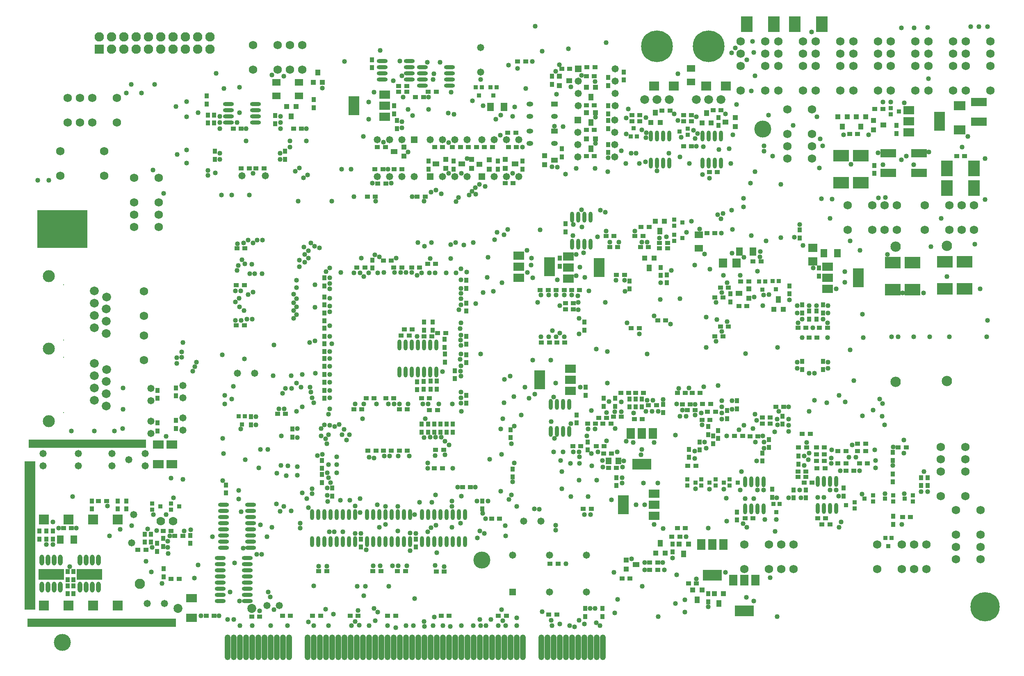
<source format=gbs>
%FSLAX44Y44*%
%MOMM*%
G71*
G01*
G75*
%ADD10O,0.6096X2.0320*%
%ADD11R,1.7780X2.2860*%
%ADD12O,2.5400X1.2700*%
%ADD13R,15.2400X5.0800*%
%ADD14O,2.0320X0.6096*%
%ADD15R,0.7620X0.8890*%
%ADD16R,1.5240X1.7780*%
%ADD17R,3.0480X2.2860*%
%ADD18R,0.8890X0.7620*%
%ADD19O,1.7780X3.0480*%
%ADD20R,1.7272X0.8128*%
%ADD21R,1.2700X1.0160*%
%ADD22R,2.0320X0.6096*%
%ADD23R,1.5240X0.3048*%
%ADD24O,1.7272X1.2192*%
%ADD25O,1.0160X5.0800*%
%ADD26R,7.8740X6.0960*%
%ADD27O,8.6360X8.3820*%
%ADD28R,0.3048X1.5240*%
%ADD29R,1.5240X1.2700*%
%ADD30R,1.7272X1.2192*%
%ADD31R,0.9144X0.9144*%
%ADD32R,1.5240X2.0320*%
%ADD33R,3.8100X2.0320*%
%ADD34R,1.5240X14.8590*%
%ADD35R,21.5900X1.5240*%
%ADD36R,2.0320X1.5240*%
%ADD37O,2.5400X0.6096*%
%ADD38R,2.5400X0.6096*%
%ADD39R,1.2700X1.1430*%
%ADD40R,1.1430X1.2700*%
%ADD41R,1.5240X3.0480*%
%ADD42R,1.2700X1.5240*%
%ADD43R,0.6096X2.0320*%
%ADD44R,1.7780X2.5400*%
%ADD45R,1.0160X1.2700*%
%ADD46R,1.7780X1.5240*%
%ADD47R,5.5880X6.3500*%
%ADD48R,2.5400X1.7780*%
%ADD49R,1.7800X0.4200*%
%ADD50R,1.7800X0.4200*%
%ADD51R,0.5080X1.7780*%
%ADD52R,1.7780X0.5080*%
%ADD53R,1.5240X0.5080*%
%ADD54R,0.5080X1.5240*%
%ADD55R,2.5400X0.6350*%
%ADD56R,1.7272X1.8288*%
%ADD57R,2.2860X1.7780*%
%ADD58O,2.0320X0.7620*%
%ADD59R,0.9144X1.2700*%
%ADD60R,3.0480X1.5240*%
%ADD61R,0.4318X1.5240*%
%ADD62O,0.4318X1.5240*%
%ADD63R,30.4800X1.5240*%
%ADD64R,11.4300X1.5240*%
%ADD65C,0.2032*%
%ADD66C,0.6350*%
%ADD67C,0.3556*%
%ADD68C,0.8128*%
%ADD69C,0.3048*%
%ADD70C,0.4572*%
%ADD71C,0.8890*%
%ADD72C,0.7112*%
%ADD73C,0.5080*%
%ADD74C,0.4064*%
%ADD75C,0.2540*%
%ADD76C,0.5842*%
%ADD77C,0.3810*%
%ADD78C,1.2700*%
%ADD79R,1.3970X0.6350*%
%ADD80R,25.1460X25.4000*%
%ADD81C,1.2700*%
%ADD82R,1.9050X1.9050*%
%ADD83C,1.6256*%
%ADD84C,6.3500*%
%ADD85R,1.7272X1.7272*%
%ADD86C,1.7272*%
%ADD87R,1.2700X1.2700*%
%ADD88C,1.5240*%
%ADD89C,1.5748*%
%ADD90C,3.3020*%
%ADD91C,1.9050*%
%ADD92C,5.8420*%
%ADD93C,1.9304*%
%ADD94C,2.2860*%
%ADD95R,10.1600X7.6200*%
%ADD96C,1.6510*%
%ADD97C,0.8128*%
%ADD98R,0.9144X1.0160*%
%ADD99R,0.7620X0.7620*%
%ADD100R,1.0160X0.9144*%
%ADD101R,2.0320X3.8100*%
%ADD102R,2.2860X3.0480*%
%ADD103R,5.0800X2.0320*%
%ADD104O,1.1938X0.7874*%
%ADD105R,1.1938X0.7874*%
%ADD106O,0.7620X2.0320*%
%ADD107R,1.2700X0.9144*%
%ADD108R,1.8288X1.7272*%
%ADD109R,2.0320X30.4800*%
%ADD110R,24.1300X1.5240*%
%ADD111R,1.2700X3.0480*%
%ADD112R,1.2700X2.7940*%
%ADD113C,0.2000*%
%ADD114C,0.1270*%
%ADD115O,0.8128X2.2352*%
%ADD116R,1.9812X2.4892*%
%ADD117O,2.7432X1.4732*%
%ADD118R,15.4432X5.2832*%
%ADD119O,2.2352X0.8128*%
%ADD120R,0.9652X1.0922*%
%ADD121R,1.7272X1.9812*%
%ADD122R,3.2512X2.4892*%
%ADD123R,1.0922X0.9652*%
%ADD124O,1.9812X3.2512*%
%ADD125R,1.9304X1.0160*%
%ADD126R,1.4732X1.2192*%
%ADD127R,2.2352X0.8128*%
%ADD128R,1.7272X0.5080*%
%ADD129O,1.9304X1.4224*%
%ADD130O,1.2192X5.2832*%
%ADD131R,8.0772X6.2992*%
%ADD132O,8.8392X8.5852*%
%ADD133R,0.5080X1.7272*%
%ADD134R,1.7272X1.4732*%
%ADD135R,1.9304X1.4224*%
%ADD136R,1.1176X1.1176*%
%ADD137R,1.7272X2.2352*%
%ADD138R,4.0132X2.2352*%
%ADD139R,1.7272X15.0622*%
%ADD140R,21.7932X1.7272*%
%ADD141R,2.2352X1.7272*%
%ADD142O,2.7432X0.8128*%
%ADD143R,2.7432X0.8128*%
%ADD144R,1.4732X1.3462*%
%ADD145R,1.3462X1.4732*%
%ADD146R,1.7272X3.2512*%
%ADD147R,1.4732X1.7272*%
%ADD148R,0.8128X2.2352*%
%ADD149R,1.9812X2.7432*%
%ADD150R,1.2192X1.4732*%
%ADD151R,1.9812X1.7272*%
%ADD152R,5.7912X6.5532*%
%ADD153R,2.7432X1.9812*%
%ADD154R,1.9832X0.6232*%
%ADD155R,1.9832X0.6232*%
%ADD156R,0.7112X1.9812*%
%ADD157R,1.9812X0.7112*%
%ADD158R,1.7272X0.7112*%
%ADD159R,0.7112X1.7272*%
%ADD160R,2.7432X0.8382*%
%ADD161R,1.9304X2.0320*%
%ADD162R,2.4892X1.9812*%
%ADD163O,2.2352X0.9652*%
%ADD164R,1.1176X1.4732*%
%ADD165R,3.2512X1.7272*%
%ADD166R,0.6350X1.7272*%
%ADD167O,0.6350X1.7272*%
%ADD168R,30.6832X1.7272*%
%ADD169R,11.6332X1.7272*%
%ADD170C,1.4732*%
%ADD171R,2.1082X2.1082*%
%ADD172C,1.8288*%
%ADD173C,6.5532*%
%ADD174R,1.9304X1.9304*%
%ADD175R,1.4732X1.4732*%
%ADD176C,1.7780*%
%ADD177C,3.5052*%
%ADD178C,2.1082*%
%ADD179C,6.0452*%
%ADD180C,2.1336*%
%ADD181C,0.2032*%
%ADD182C,2.4892*%
%ADD183R,10.3632X7.8232*%
%ADD184C,1.8542*%
%ADD185C,1.0160*%
%ADD186R,1.1176X1.2192*%
%ADD187R,0.9652X0.9652*%
%ADD188R,1.2192X1.1176*%
%ADD189R,2.2352X4.0132*%
%ADD190R,2.4892X3.2512*%
%ADD191R,5.2832X2.2352*%
%ADD192O,1.3970X0.9906*%
%ADD193R,1.3970X0.9906*%
%ADD194O,0.9652X2.2352*%
%ADD195R,1.4732X1.1176*%
%ADD196R,2.0320X1.9304*%
%ADD197R,2.2352X30.6832*%
%ADD198R,24.3332X1.7272*%
D86*
X167640Y1070610D02*
D03*
X167640Y1019810D02*
D03*
X77470Y1019810D02*
D03*
X77470Y1070610D02*
D03*
X250190Y689610D02*
D03*
X250190Y638810D02*
D03*
X250190Y730250D02*
D03*
X250190Y781050D02*
D03*
X1482090Y1297940D02*
D03*
X1532890Y1297940D02*
D03*
X1637030Y1297940D02*
D03*
X1610360Y1297940D02*
D03*
X1482090Y1272540D02*
D03*
X1610360Y1247140D02*
D03*
X1637030Y1247140D02*
D03*
X1532890Y1272540D02*
D03*
X280670Y939800D02*
D03*
X229870Y939800D02*
D03*
X1946910Y1272540D02*
D03*
X1997710Y1272540D02*
D03*
X1938020Y908050D02*
D03*
X1565910Y257810D02*
D03*
X1938020Y958850D02*
D03*
X1565910Y207010D02*
D03*
X1926590Y252730D02*
D03*
X1840230Y257810D02*
D03*
X1977390Y252730D02*
D03*
X1840230Y207010D02*
D03*
X1861820Y958850D02*
D03*
X1963420Y908050D02*
D03*
X1963420Y958850D02*
D03*
X1861820Y908050D02*
D03*
X1912620Y958850D02*
D03*
X1912620Y908050D02*
D03*
X1869440Y1272540D02*
D03*
X1920240Y1272540D02*
D03*
X1869440Y1297940D02*
D03*
X1920240Y1297940D02*
D03*
X1869440Y1196340D02*
D03*
X1920240Y1196340D02*
D03*
X1869440Y1247140D02*
D03*
X1920240Y1247140D02*
D03*
X1482090Y1196340D02*
D03*
X194310Y1130300D02*
D03*
X194310Y1181100D02*
D03*
X1532890Y1196340D02*
D03*
X1703070Y908050D02*
D03*
X1753870Y908050D02*
D03*
X1779270Y908050D02*
D03*
X1804670Y908050D02*
D03*
X1779270Y958850D02*
D03*
X1753870Y958850D02*
D03*
X143510Y1130300D02*
D03*
X118110Y1130300D02*
D03*
X92710Y1130300D02*
D03*
X92710Y1181100D02*
D03*
X118110Y1181100D02*
D03*
X143510Y1181100D02*
D03*
X474980Y1239520D02*
D03*
X525780Y1239520D02*
D03*
X551180Y1239520D02*
D03*
X576580Y1239520D02*
D03*
X576580Y1290320D02*
D03*
X551180Y1290320D02*
D03*
X525780Y1290320D02*
D03*
X474980Y1290320D02*
D03*
X1578610Y1156970D02*
D03*
X1578610Y1106170D02*
D03*
X1578610Y1080770D02*
D03*
X1578610Y1055370D02*
D03*
X1629410Y1055370D02*
D03*
X1629410Y1080770D02*
D03*
X1629410Y1106170D02*
D03*
X1629410Y1156970D02*
D03*
X280670Y1016000D02*
D03*
X280670Y965200D02*
D03*
X280670Y914400D02*
D03*
X229870Y914400D02*
D03*
X229870Y965200D02*
D03*
X229870Y1016000D02*
D03*
X1764030Y207010D02*
D03*
X1865630Y207010D02*
D03*
X1865630Y257810D02*
D03*
X1814830Y207010D02*
D03*
X1814830Y257810D02*
D03*
X1764030Y257810D02*
D03*
X1945640Y358140D02*
D03*
X1926590Y328930D02*
D03*
X1926590Y278130D02*
D03*
X1945640Y434340D02*
D03*
X1926590Y227330D02*
D03*
X1894840Y358140D02*
D03*
X1977390Y328930D02*
D03*
X1894840Y408940D02*
D03*
X1945640Y408940D02*
D03*
X1945640Y459740D02*
D03*
X1894840Y459740D02*
D03*
X1894840Y434340D02*
D03*
X1977390Y278130D02*
D03*
X1489710Y257810D02*
D03*
X1540510Y257810D02*
D03*
X1540510Y207010D02*
D03*
X1591310Y257810D02*
D03*
X1591310Y207010D02*
D03*
X1489710Y207010D02*
D03*
X1977390Y227330D02*
D03*
X1804670Y958850D02*
D03*
X1559560Y1196340D02*
D03*
X1610360Y1196340D02*
D03*
X1610360Y1272540D02*
D03*
X1559560Y1297940D02*
D03*
X1559560Y1272540D02*
D03*
X1559560Y1247140D02*
D03*
X1714500Y1196340D02*
D03*
X1714500Y1247140D02*
D03*
X1714500Y1272540D02*
D03*
X1714500Y1297940D02*
D03*
X1765300Y1297940D02*
D03*
X1765300Y1272540D02*
D03*
X1765300Y1247140D02*
D03*
X1765300Y1196340D02*
D03*
X1997710Y1196340D02*
D03*
X1997710Y1247140D02*
D03*
X1946910Y1297940D02*
D03*
X1946910Y1196340D02*
D03*
X1997710Y1297940D02*
D03*
X1946910Y1247140D02*
D03*
X1791970Y1247140D02*
D03*
X1842770Y1247140D02*
D03*
X1791970Y1196340D02*
D03*
X1791970Y1297940D02*
D03*
X1842770Y1297940D02*
D03*
X1842770Y1196340D02*
D03*
X1842770Y1272540D02*
D03*
X1791970Y1272540D02*
D03*
X1637030Y1196340D02*
D03*
X1637030Y1272540D02*
D03*
X1687830Y1297940D02*
D03*
X1687830Y1272540D02*
D03*
X1687830Y1247140D02*
D03*
X1687830Y1196340D02*
D03*
X1703070Y958850D02*
D03*
X1532890Y1247140D02*
D03*
X1482090Y1247140D02*
D03*
D93*
X182880Y1306830D02*
D03*
X208280Y1281430D02*
D03*
X233680Y1281430D02*
D03*
X233680Y1306830D02*
D03*
X259080Y1281430D02*
D03*
X259080Y1306830D02*
D03*
X284480Y1281430D02*
D03*
X284480Y1306830D02*
D03*
X309880Y1281430D02*
D03*
X309880Y1306830D02*
D03*
X335280Y1281430D02*
D03*
X335280Y1306830D02*
D03*
X360680Y1281430D02*
D03*
X360680Y1306830D02*
D03*
X386080Y1281430D02*
D03*
X386080Y1306830D02*
D03*
X157480Y1306830D02*
D03*
X182880Y1281430D02*
D03*
X208280Y1306830D02*
D03*
D115*
X1296670Y1102360D02*
D03*
X1309370Y1102360D02*
D03*
X1322070Y1102360D02*
D03*
X1334770Y1102360D02*
D03*
X1334770Y1046480D02*
D03*
X1322070Y1046480D02*
D03*
X1309370Y1046480D02*
D03*
X1296670Y1046480D02*
D03*
X790702Y670306D02*
D03*
X828802Y670306D02*
D03*
X841502Y614426D02*
D03*
X790702Y614426D02*
D03*
X778002Y614426D02*
D03*
X803402Y614426D02*
D03*
X803402Y670306D02*
D03*
X778002Y670306D02*
D03*
X828802Y614426D02*
D03*
X854202Y670306D02*
D03*
X841502Y670306D02*
D03*
X1403350Y1046480D02*
D03*
X1416050Y1046480D02*
D03*
X1428750Y1046480D02*
D03*
X1441450Y1046480D02*
D03*
X1441450Y1102360D02*
D03*
X1428750Y1102360D02*
D03*
X1416050Y1102360D02*
D03*
X1403350Y1102360D02*
D03*
X786892Y264160D02*
D03*
X786892Y320040D02*
D03*
X824230Y264160D02*
D03*
X836930Y264160D02*
D03*
X849630Y264160D02*
D03*
X862330Y264160D02*
D03*
X887730Y264160D02*
D03*
X900430Y264160D02*
D03*
X913130Y264160D02*
D03*
X913130Y320040D02*
D03*
X900430Y320040D02*
D03*
X887730Y320040D02*
D03*
X875030Y320040D02*
D03*
X862330Y320040D02*
D03*
X849630Y320040D02*
D03*
X836930Y320040D02*
D03*
X824230Y320040D02*
D03*
X1089660Y491490D02*
D03*
X1102360Y491490D02*
D03*
X1115060Y491490D02*
D03*
X1127760Y491490D02*
D03*
X1127760Y547370D02*
D03*
X1115060Y547370D02*
D03*
X1102360Y547370D02*
D03*
X1089660Y547370D02*
D03*
X596900Y264160D02*
D03*
X685800Y264160D02*
D03*
X685800Y320040D02*
D03*
X596900Y320040D02*
D03*
X660400Y320040D02*
D03*
X660400Y264160D02*
D03*
X635000Y320040D02*
D03*
X635000Y264160D02*
D03*
X622300Y320040D02*
D03*
X622300Y264160D02*
D03*
X647700Y264160D02*
D03*
X673100Y264160D02*
D03*
X673100Y320040D02*
D03*
X647700Y320040D02*
D03*
X609600Y320040D02*
D03*
X710692Y320040D02*
D03*
X736092Y320040D02*
D03*
X748792Y320040D02*
D03*
X774192Y320040D02*
D03*
X799592Y320040D02*
D03*
X799592Y264160D02*
D03*
X774192Y264160D02*
D03*
X748792Y264160D02*
D03*
X736092Y264160D02*
D03*
X710692Y264160D02*
D03*
X1640840Y332740D02*
D03*
X1653540Y332740D02*
D03*
X1666240Y332740D02*
D03*
X1678940Y332740D02*
D03*
X1678940Y388620D02*
D03*
X1666240Y388620D02*
D03*
X1653540Y388620D02*
D03*
X1640840Y388620D02*
D03*
X1503680Y387350D02*
D03*
X1516380Y387350D02*
D03*
X1529080Y387350D02*
D03*
X1529080Y331470D02*
D03*
X1516380Y331470D02*
D03*
X1503680Y331470D02*
D03*
X1490980Y331470D02*
D03*
X1172210Y934720D02*
D03*
X1159510Y934720D02*
D03*
X1146810Y934720D02*
D03*
X1134110Y934720D02*
D03*
X1134110Y878840D02*
D03*
X1146810Y878840D02*
D03*
X1159510Y878840D02*
D03*
X1172210Y878840D02*
D03*
X761492Y264160D02*
D03*
X761492Y320040D02*
D03*
X723392Y264160D02*
D03*
X609600Y264160D02*
D03*
X723392Y320040D02*
D03*
X875030Y264160D02*
D03*
X816102Y670306D02*
D03*
X854202Y614426D02*
D03*
X816102Y614426D02*
D03*
X1490980Y387350D02*
D03*
D119*
X798068Y1231900D02*
D03*
X880618Y1219200D02*
D03*
X480060Y1143000D02*
D03*
X414020Y340360D02*
D03*
X480060Y1155700D02*
D03*
X424180Y1143000D02*
D03*
X480060Y1130300D02*
D03*
X407670Y153670D02*
D03*
X742188Y1257300D02*
D03*
X742188Y1244600D02*
D03*
X742188Y1231900D02*
D03*
X742188Y1219200D02*
D03*
X798068Y1219200D02*
D03*
X798068Y1244600D02*
D03*
X798068Y1257300D02*
D03*
X824738Y1244600D02*
D03*
X824738Y1231900D02*
D03*
X824738Y1219200D02*
D03*
X824738Y1206500D02*
D03*
X880618Y1206500D02*
D03*
X880618Y1231900D02*
D03*
X880618Y1244600D02*
D03*
X424180Y1168400D02*
D03*
X424180Y1155700D02*
D03*
X424180Y1130300D02*
D03*
X480060Y1168400D02*
D03*
X407670Y166370D02*
D03*
X407670Y179070D02*
D03*
X407670Y191770D02*
D03*
X463550Y153670D02*
D03*
X463550Y166370D02*
D03*
X463550Y229870D02*
D03*
X463550Y217170D02*
D03*
X463550Y204470D02*
D03*
X463550Y191770D02*
D03*
X463550Y179070D02*
D03*
X463550Y140970D02*
D03*
X407670Y140970D02*
D03*
X407670Y204470D02*
D03*
X407670Y217170D02*
D03*
X407670Y229870D02*
D03*
X414020Y302260D02*
D03*
X414020Y251460D02*
D03*
X469900Y251460D02*
D03*
X469900Y289560D02*
D03*
X469900Y302260D02*
D03*
X469900Y314960D02*
D03*
X469900Y327660D02*
D03*
X469900Y340360D02*
D03*
X469900Y276860D02*
D03*
X469900Y264160D02*
D03*
X414020Y276860D02*
D03*
X414020Y327660D02*
D03*
X414020Y314960D02*
D03*
X414020Y289560D02*
D03*
X414020Y264160D02*
D03*
D120*
X142240Y331470D02*
D03*
X142240Y347980D02*
D03*
X213360Y347980D02*
D03*
X213360Y331470D02*
D03*
X195580Y347980D02*
D03*
X195580Y331470D02*
D03*
X104140Y185420D02*
D03*
X104140Y201930D02*
D03*
X104140Y156210D02*
D03*
X104140Y172720D02*
D03*
X92710Y201930D02*
D03*
X92710Y185420D02*
D03*
X92710Y156210D02*
D03*
X92710Y172720D02*
D03*
X48260Y269240D02*
D03*
X48260Y285750D02*
D03*
X1803400Y1107440D02*
D03*
X1803400Y1123950D02*
D03*
X600710Y1177290D02*
D03*
X600710Y1160780D02*
D03*
X379730Y1168400D02*
D03*
X379730Y1184910D02*
D03*
X289560Y270510D02*
D03*
X289560Y254000D02*
D03*
X1454117Y518160D02*
D03*
X1454117Y534670D02*
D03*
X1160780Y109220D02*
D03*
X1160780Y125730D02*
D03*
X1424940Y466090D02*
D03*
X1424940Y482600D02*
D03*
X1435100Y493395D02*
D03*
X1435100Y476885D02*
D03*
X382270Y1129030D02*
D03*
X382270Y1145540D02*
D03*
X854710Y595630D02*
D03*
X854710Y579120D02*
D03*
X842010Y595630D02*
D03*
X845820Y717550D02*
D03*
X842010Y579120D02*
D03*
X827786Y578612D02*
D03*
X827786Y595122D02*
D03*
X845820Y701040D02*
D03*
X870712Y681736D02*
D03*
X870712Y665226D02*
D03*
X871982Y651256D02*
D03*
X871982Y634746D02*
D03*
X1112520Y1075690D02*
D03*
X766318Y1148080D02*
D03*
X766318Y1164590D02*
D03*
X720598Y1259840D02*
D03*
X720598Y1243330D02*
D03*
X772668Y1134110D02*
D03*
X772668Y1117600D02*
D03*
X889508Y1033780D02*
D03*
X889508Y1050290D02*
D03*
X837438Y1033780D02*
D03*
X837438Y1050290D02*
D03*
X980948Y1033780D02*
D03*
X980948Y1050290D02*
D03*
X1031748Y1033780D02*
D03*
X1031748Y1050290D02*
D03*
X394970Y1145540D02*
D03*
X394970Y1129030D02*
D03*
X520700Y1144270D02*
D03*
X520700Y1127760D02*
D03*
X396240Y1070610D02*
D03*
X396240Y1054100D02*
D03*
X541020Y1070610D02*
D03*
X541020Y1054100D02*
D03*
X34544Y269240D02*
D03*
X34544Y285750D02*
D03*
X1143000Y509270D02*
D03*
X1143000Y525780D02*
D03*
X1162050Y566420D02*
D03*
X1162050Y582930D02*
D03*
X1643380Y829310D02*
D03*
X1120140Y904240D02*
D03*
X1120140Y920750D02*
D03*
X1108710Y849630D02*
D03*
X1474470Y308610D02*
D03*
X1474470Y325120D02*
D03*
X1198880Y543560D02*
D03*
X1198880Y560070D02*
D03*
X1277620Y558800D02*
D03*
X1277620Y542290D02*
D03*
X1264920Y558800D02*
D03*
X1264920Y542290D02*
D03*
X1252220Y558800D02*
D03*
X1252220Y542290D02*
D03*
X1322070Y547370D02*
D03*
X1322070Y530860D02*
D03*
X1225550Y379730D02*
D03*
X1225550Y396240D02*
D03*
X1007110Y495300D02*
D03*
X1007110Y478790D02*
D03*
X948690Y347980D02*
D03*
X948690Y331470D02*
D03*
X697992Y252730D02*
D03*
X697992Y269240D02*
D03*
X811530Y252730D02*
D03*
X811530Y269240D02*
D03*
X887730Y490220D02*
D03*
X887730Y506730D02*
D03*
X875030Y506730D02*
D03*
X875030Y490220D02*
D03*
X862330Y506730D02*
D03*
X862330Y490220D02*
D03*
X849630Y490220D02*
D03*
X849630Y506730D02*
D03*
X836930Y506730D02*
D03*
X836930Y490220D02*
D03*
X822960Y506730D02*
D03*
X822960Y490220D02*
D03*
X471170Y521970D02*
D03*
X471170Y505460D02*
D03*
X556260Y496570D02*
D03*
X556260Y480060D02*
D03*
X316230Y514350D02*
D03*
X316230Y497840D02*
D03*
X278130Y509270D02*
D03*
X278130Y492760D02*
D03*
X316230Y565150D02*
D03*
X316230Y581660D02*
D03*
X1196340Y109220D02*
D03*
X1196340Y125730D02*
D03*
X617220Y431800D02*
D03*
X617220Y415290D02*
D03*
X617220Y386080D02*
D03*
X617220Y402590D02*
D03*
X622300Y720090D02*
D03*
X622300Y736600D02*
D03*
X915670Y650240D02*
D03*
X915670Y633730D02*
D03*
X915670Y688340D02*
D03*
X915670Y671830D02*
D03*
X915670Y756920D02*
D03*
X915670Y740410D02*
D03*
X622300Y656590D02*
D03*
X622300Y673100D02*
D03*
X622300Y642620D02*
D03*
X622300Y626110D02*
D03*
X915670Y566420D02*
D03*
X915670Y549910D02*
D03*
X915670Y803910D02*
D03*
X915670Y787400D02*
D03*
X622300Y808990D02*
D03*
X622300Y792480D02*
D03*
X622300Y576580D02*
D03*
X622300Y560070D02*
D03*
X721360Y845820D02*
D03*
X721360Y829310D02*
D03*
X622300Y753110D02*
D03*
X622300Y769620D02*
D03*
X622300Y688340D02*
D03*
X622300Y704850D02*
D03*
X638810Y374650D02*
D03*
X638810Y358140D02*
D03*
X891540Y617220D02*
D03*
X891540Y600710D02*
D03*
X622300Y593090D02*
D03*
X622300Y609600D02*
D03*
X278130Y576580D02*
D03*
X278130Y560070D02*
D03*
X1010920Y397510D02*
D03*
X1010920Y414020D02*
D03*
X1165860Y469900D02*
D03*
X1165860Y453390D02*
D03*
X1223010Y560070D02*
D03*
X1223010Y543560D02*
D03*
X1159510Y701040D02*
D03*
X1159510Y717550D02*
D03*
X1474470Y554990D02*
D03*
X1474470Y538480D02*
D03*
X1526507Y430530D02*
D03*
X1526507Y447040D02*
D03*
X1540477Y458470D02*
D03*
X1540477Y474980D02*
D03*
X1397000Y453390D02*
D03*
X1397000Y469900D02*
D03*
X1414780Y485140D02*
D03*
X1414780Y501650D02*
D03*
X1591310Y354330D02*
D03*
X1591310Y370840D02*
D03*
X1616710Y354330D02*
D03*
X1616710Y370840D02*
D03*
X1868170Y379730D02*
D03*
X1868170Y396240D02*
D03*
X1854200Y379730D02*
D03*
X1854200Y396240D02*
D03*
X1375410Y454660D02*
D03*
X1375410Y438150D02*
D03*
X1568450Y523240D02*
D03*
X1568450Y506730D02*
D03*
X1601470Y440690D02*
D03*
X1601470Y424180D02*
D03*
X1795780Y448310D02*
D03*
X1795780Y431800D02*
D03*
X1546860Y372110D02*
D03*
X1546860Y355600D02*
D03*
X1694180Y374650D02*
D03*
X1694180Y358140D02*
D03*
X1341120Y259080D02*
D03*
X1341120Y242570D02*
D03*
X1797050Y316230D02*
D03*
X1797050Y299720D02*
D03*
X1414780Y139700D02*
D03*
X1414780Y156210D02*
D03*
X1795780Y387350D02*
D03*
X1795780Y403860D02*
D03*
X1609090Y619760D02*
D03*
X1609090Y636270D02*
D03*
X1652270Y619760D02*
D03*
X1652270Y636270D02*
D03*
X1652270Y753110D02*
D03*
X1652270Y736600D02*
D03*
X1609090Y753110D02*
D03*
X1609090Y736600D02*
D03*
X1638300Y740410D02*
D03*
X1638300Y723900D02*
D03*
X1623060Y740410D02*
D03*
X1623060Y723900D02*
D03*
X1329690Y798830D02*
D03*
X1329690Y815340D02*
D03*
X1252220Y786130D02*
D03*
X1252220Y802640D02*
D03*
X1108710Y833120D02*
D03*
X1582420Y792480D02*
D03*
X1582420Y775970D02*
D03*
X1460500Y759460D02*
D03*
X1460500Y775970D02*
D03*
X1316990Y814070D02*
D03*
X1316990Y830580D02*
D03*
X1643380Y812800D02*
D03*
X276860Y260350D02*
D03*
X276860Y243840D02*
D03*
X264160Y279400D02*
D03*
X264160Y262890D02*
D03*
X251460Y262890D02*
D03*
X251460Y279400D02*
D03*
X290830Y207772D02*
D03*
X290830Y191262D02*
D03*
X419100Y364490D02*
D03*
X419100Y381000D02*
D03*
X1112520Y1059180D02*
D03*
X1208278Y1206500D02*
D03*
X1208278Y1223010D02*
D03*
X1208278Y1148080D02*
D03*
X1208278Y1164590D02*
D03*
X1208278Y1117600D02*
D03*
X1208278Y1134110D02*
D03*
X1208278Y1068070D02*
D03*
X1208278Y1084580D02*
D03*
X1757680Y1041400D02*
D03*
X1757680Y1024890D02*
D03*
X828040Y701040D02*
D03*
X828040Y717550D02*
D03*
X1604010Y908050D02*
D03*
X1604010Y891540D02*
D03*
X814070Y577850D02*
D03*
X814070Y594360D02*
D03*
X345440Y276860D02*
D03*
X345440Y260350D02*
D03*
X62230Y285750D02*
D03*
X62230Y269240D02*
D03*
X1240790Y1217930D02*
D03*
X1240790Y1234440D02*
D03*
X1436370Y1140460D02*
D03*
X1436370Y1123950D02*
D03*
X1092200Y1225550D02*
D03*
X1092200Y1209040D02*
D03*
D121*
X1473200Y839470D02*
D03*
X1445260Y839470D02*
D03*
D122*
X1944370Y786130D02*
D03*
X1944370Y842010D02*
D03*
X1903730Y786130D02*
D03*
X1903730Y842010D02*
D03*
X1689100Y1061720D02*
D03*
X1689100Y1005840D02*
D03*
X1729740Y1061720D02*
D03*
X1729740Y1005840D02*
D03*
X1836420Y784860D02*
D03*
X1836420Y840740D02*
D03*
X1795780Y840740D02*
D03*
X1795780Y784860D02*
D03*
D123*
X156210Y347980D02*
D03*
X172720Y347980D02*
D03*
X1775460Y1158240D02*
D03*
X1758950Y1158240D02*
D03*
X1723390Y1106170D02*
D03*
X1706880Y1106170D02*
D03*
X1629410Y386080D02*
D03*
X1612900Y386080D02*
D03*
X378460Y110490D02*
D03*
X394970Y110490D02*
D03*
X1501140Y481330D02*
D03*
X1517650Y481330D02*
D03*
X792480Y1193800D02*
D03*
X775970Y1193800D02*
D03*
X803910Y702310D02*
D03*
X787400Y702310D02*
D03*
X1469390Y482600D02*
D03*
X1485900Y482600D02*
D03*
X289560Y285750D02*
D03*
X828040Y688340D02*
D03*
X306070Y285750D02*
D03*
X322580Y186690D02*
D03*
X781050Y689610D02*
D03*
X797560Y689610D02*
D03*
X844550Y688340D02*
D03*
X873252Y694436D02*
D03*
X856742Y694436D02*
D03*
X1367790Y571500D02*
D03*
X1351280Y571500D02*
D03*
X1381760Y571500D02*
D03*
X1398270Y571500D02*
D03*
X1163320Y1225550D02*
D03*
X1179830Y1225550D02*
D03*
X995680Y1004570D02*
D03*
X1012190Y1004570D02*
D03*
X936498Y1079500D02*
D03*
X919988Y1079500D02*
D03*
X711200Y976630D02*
D03*
X727710Y976630D02*
D03*
X814070Y976630D02*
D03*
X830580Y976630D02*
D03*
X743458Y1033780D02*
D03*
X726948Y1033780D02*
D03*
X1433830Y1027430D02*
D03*
X1417320Y1027430D02*
D03*
X237490Y246634D02*
D03*
X254000Y246634D02*
D03*
X1038098Y1256030D02*
D03*
X1021588Y1256030D02*
D03*
X1017778Y1108710D02*
D03*
X1001268Y1108710D02*
D03*
X775970Y1205230D02*
D03*
X792480Y1205230D02*
D03*
X827278Y1182370D02*
D03*
X810768Y1182370D02*
D03*
X748538Y1079500D02*
D03*
X732028Y1079500D02*
D03*
X953008Y1079500D02*
D03*
X969518Y1079500D02*
D03*
X1019048Y1079500D02*
D03*
X1002538Y1079500D02*
D03*
X886968Y1079500D02*
D03*
X903478Y1079500D02*
D03*
X850138Y1079500D02*
D03*
X866648Y1079500D02*
D03*
X782828Y1033780D02*
D03*
X766318Y1033780D02*
D03*
X467360Y1035050D02*
D03*
X450850Y1035050D02*
D03*
X481330Y1035050D02*
D03*
X497840Y1035050D02*
D03*
X450850Y1117600D02*
D03*
X434340Y1117600D02*
D03*
X575310Y1117600D02*
D03*
X558800Y1117600D02*
D03*
X1088390Y218440D02*
D03*
X1104900Y218440D02*
D03*
X1294130Y220980D02*
D03*
X1310640Y220980D02*
D03*
X1310640Y205740D02*
D03*
X1294130Y205740D02*
D03*
X1356360Y274320D02*
D03*
X1339850Y274320D02*
D03*
X1236980Y187960D02*
D03*
X1253490Y187960D02*
D03*
X1327150Y721360D02*
D03*
X1310640Y721360D02*
D03*
X1256030Y704850D02*
D03*
X1272540Y704850D02*
D03*
X1609090Y486410D02*
D03*
X1625600Y486410D02*
D03*
X1543050Y520700D02*
D03*
X1526540Y520700D02*
D03*
X1543050Y508000D02*
D03*
X1526540Y508000D02*
D03*
X1085850Y113030D02*
D03*
X1102360Y113030D02*
D03*
X907796Y376682D02*
D03*
X924306Y376682D02*
D03*
X855980Y535940D02*
D03*
X839470Y535940D02*
D03*
X1262380Y516890D02*
D03*
X1278890Y516890D02*
D03*
X1264920Y571500D02*
D03*
X1281430Y571500D02*
D03*
X1234440Y571500D02*
D03*
X1250950Y571500D02*
D03*
X1291590Y546100D02*
D03*
X1308100Y546100D02*
D03*
X1183640Y461010D02*
D03*
X1200150Y461010D02*
D03*
X440690Y711200D02*
D03*
X457200Y711200D02*
D03*
X525780Y528320D02*
D03*
X542290Y528320D02*
D03*
X614680Y110490D02*
D03*
X598170Y110490D02*
D03*
X472440Y109220D02*
D03*
X488950Y109220D02*
D03*
X981710Y110490D02*
D03*
X998220Y110490D02*
D03*
X753110Y110490D02*
D03*
X769620Y110490D02*
D03*
X739140Y203200D02*
D03*
X722630Y203200D02*
D03*
X789940Y203200D02*
D03*
X773430Y203200D02*
D03*
X869950Y201930D02*
D03*
X853440Y201930D02*
D03*
X744220Y452120D02*
D03*
X760730Y452120D02*
D03*
X852170Y453390D02*
D03*
X868680Y453390D02*
D03*
X793750Y452120D02*
D03*
X777240Y452120D02*
D03*
X712470Y452120D02*
D03*
X728980Y452120D02*
D03*
X725170Y560070D02*
D03*
X708660Y560070D02*
D03*
X839470Y560070D02*
D03*
X822960Y560070D02*
D03*
X819150Y830580D02*
D03*
X802640Y830580D02*
D03*
X765810Y830580D02*
D03*
X782320Y830580D02*
D03*
X689610Y830580D02*
D03*
X706120Y830580D02*
D03*
X683260Y537210D02*
D03*
X699770Y537210D02*
D03*
X835660Y838200D02*
D03*
X852170Y838200D02*
D03*
X610870Y203200D02*
D03*
X627380Y203200D02*
D03*
X552450Y110490D02*
D03*
X535940Y110490D02*
D03*
X457200Y793750D02*
D03*
X440690Y793750D02*
D03*
X863600Y110490D02*
D03*
X880110Y110490D02*
D03*
X675640Y110490D02*
D03*
X692150Y110490D02*
D03*
X441960Y869950D02*
D03*
X458470Y869950D02*
D03*
X849630Y415290D02*
D03*
X866140Y415290D02*
D03*
X1173480Y331470D02*
D03*
X1156970Y331470D02*
D03*
X1135380Y461010D02*
D03*
X1151890Y461010D02*
D03*
X1209040Y416560D02*
D03*
X1225550Y416560D02*
D03*
X1215390Y445770D02*
D03*
X1198880Y445770D02*
D03*
X1182370Y508000D02*
D03*
X1165860Y508000D02*
D03*
X1188720Y519430D02*
D03*
X1205230Y519430D02*
D03*
X1214120Y508000D02*
D03*
X1197610Y508000D02*
D03*
X1219200Y521970D02*
D03*
X1235710Y521970D02*
D03*
X1087120Y675640D02*
D03*
X1070610Y675640D02*
D03*
X1118870Y675640D02*
D03*
X1102360Y675640D02*
D03*
X1149350Y783590D02*
D03*
X1132840Y783590D02*
D03*
X1084580Y783590D02*
D03*
X1068070Y783590D02*
D03*
X1117600Y783590D02*
D03*
X1101090Y783590D02*
D03*
X1136650Y756920D02*
D03*
X1120140Y756920D02*
D03*
X1136650Y744220D02*
D03*
X1120140Y744220D02*
D03*
X1361407Y547370D02*
D03*
X1377917Y547370D02*
D03*
X1371567Y535940D02*
D03*
X1388077Y535940D02*
D03*
X1418557Y515620D02*
D03*
X1402047Y515620D02*
D03*
X1413477Y532130D02*
D03*
X1429987Y532130D02*
D03*
X1403317Y548640D02*
D03*
X1419827Y548640D02*
D03*
X1666240Y299720D02*
D03*
X1649730Y299720D02*
D03*
X1715770Y410210D02*
D03*
X1699260Y410210D02*
D03*
X1570990Y542290D02*
D03*
X1554480Y542290D02*
D03*
X1617980Y458470D02*
D03*
X1601470Y458470D02*
D03*
X1739900Y466090D02*
D03*
X1723390Y466090D02*
D03*
X1823720Y458470D02*
D03*
X1807210Y458470D02*
D03*
X1490980Y312420D02*
D03*
X1507490Y312420D02*
D03*
X1640840Y312420D02*
D03*
X1657350Y312420D02*
D03*
X1600200Y397510D02*
D03*
X1600200Y408940D02*
D03*
X1616710Y408940D02*
D03*
X1832610Y314960D02*
D03*
X1816100Y314960D02*
D03*
X1372870Y420370D02*
D03*
X1389380Y420370D02*
D03*
X1374140Y177800D02*
D03*
X1390650Y177800D02*
D03*
X1639570Y685800D02*
D03*
X1623060Y685800D02*
D03*
X1644650Y706120D02*
D03*
X1661160Y706120D02*
D03*
X1616710Y706120D02*
D03*
X1600200Y706120D02*
D03*
X1428750Y688340D02*
D03*
X1445260Y688340D02*
D03*
X1440180Y708660D02*
D03*
X1456690Y708660D02*
D03*
X1428750Y768350D02*
D03*
X1445260Y768350D02*
D03*
X1440180Y788670D02*
D03*
X1456690Y788670D02*
D03*
X1242060Y815340D02*
D03*
X1225550Y815340D02*
D03*
X1280160Y895350D02*
D03*
X1263650Y895350D02*
D03*
X1291590Y872490D02*
D03*
X1275080Y872490D02*
D03*
X1228090Y872490D02*
D03*
X1211580Y872490D02*
D03*
X1220470Y895350D02*
D03*
X1203960Y895350D02*
D03*
X1482090Y801370D02*
D03*
X1498600Y801370D02*
D03*
X1478280Y750570D02*
D03*
X1494790Y750570D02*
D03*
X1330960Y881380D02*
D03*
X1314450Y881380D02*
D03*
X1314450Y869950D02*
D03*
X1330960Y869950D02*
D03*
X1276350Y914400D02*
D03*
X1292860Y914400D02*
D03*
X777240Y537210D02*
D03*
X793750Y537210D02*
D03*
X765810Y560070D02*
D03*
X749300Y560070D02*
D03*
X306070Y186690D02*
D03*
X749554Y1004062D02*
D03*
X733044Y1004062D02*
D03*
X1367790Y292100D02*
D03*
X1351280Y292100D02*
D03*
X1163320Y1165860D02*
D03*
X1179830Y1165860D02*
D03*
X1163320Y1115060D02*
D03*
X1179830Y1115060D02*
D03*
X1163320Y1060450D02*
D03*
X1179830Y1060450D02*
D03*
X760730Y844550D02*
D03*
X744220Y844550D02*
D03*
X1927860Y1060450D02*
D03*
X1944370Y1060450D02*
D03*
X1428750Y901700D02*
D03*
X1412240Y901700D02*
D03*
X1507490Y843280D02*
D03*
X1524000Y843280D02*
D03*
X313690Y275590D02*
D03*
X853440Y1193800D02*
D03*
X836930Y1193800D02*
D03*
X330200Y275590D02*
D03*
X1616710Y397510D02*
D03*
X1654810Y444500D02*
D03*
X1638300Y444500D02*
D03*
X1638300Y458470D02*
D03*
X1654810Y458470D02*
D03*
X1739900Y450850D02*
D03*
X1723390Y450850D02*
D03*
X1639570Y415290D02*
D03*
X1656080Y415290D02*
D03*
X1699260Y425450D02*
D03*
X1682750Y425450D02*
D03*
X1638300Y430530D02*
D03*
X1654810Y430530D02*
D03*
X1699260Y450850D02*
D03*
X1682750Y450850D02*
D03*
X1727200Y425450D02*
D03*
X1743710Y425450D02*
D03*
X967740Y311150D02*
D03*
X984250Y311150D02*
D03*
X83820Y291592D02*
D03*
X100330Y291592D02*
D03*
X1257300Y1145540D02*
D03*
X1273810Y1145540D02*
D03*
X1257300Y1132840D02*
D03*
X1273810Y1132840D02*
D03*
X1363980Y1145540D02*
D03*
X1380490Y1145540D02*
D03*
X1380490Y1132840D02*
D03*
X1363980Y1132840D02*
D03*
X1424940Y1155700D02*
D03*
X1441450Y1155700D02*
D03*
X1336040Y1154430D02*
D03*
X1319530Y1154430D02*
D03*
X1363980Y1080770D02*
D03*
X1380490Y1080770D02*
D03*
X1181100Y1244600D02*
D03*
X1164590Y1244600D02*
D03*
X1129030Y1240790D02*
D03*
X1112520Y1240790D02*
D03*
D130*
X461010Y45720D02*
D03*
X448310Y45720D02*
D03*
X422910Y45720D02*
D03*
X1197610Y45720D02*
D03*
X1184910Y45720D02*
D03*
X1172210Y45720D02*
D03*
X1159510Y45720D02*
D03*
X1146810Y45720D02*
D03*
X1134110Y45720D02*
D03*
X1121410Y45720D02*
D03*
X1108710Y45720D02*
D03*
X1096010Y45720D02*
D03*
X1083310Y45720D02*
D03*
X1070610Y45720D02*
D03*
X1032510Y45720D02*
D03*
X1019810Y45720D02*
D03*
X1007110Y45720D02*
D03*
X994410Y45720D02*
D03*
X981710Y45720D02*
D03*
X969010Y45720D02*
D03*
X956310Y45720D02*
D03*
X943610Y45720D02*
D03*
X930910Y45720D02*
D03*
X918210Y45720D02*
D03*
X905510Y45720D02*
D03*
X892810Y45720D02*
D03*
X880110Y45720D02*
D03*
X867410Y45720D02*
D03*
X854710Y45720D02*
D03*
X842010Y45720D02*
D03*
X829310Y45720D02*
D03*
X816610Y45720D02*
D03*
X803910Y45720D02*
D03*
X791210Y45720D02*
D03*
X778510Y45720D02*
D03*
X765810Y45720D02*
D03*
X753110Y45720D02*
D03*
X740410Y45720D02*
D03*
X727710Y45720D02*
D03*
X715010Y45720D02*
D03*
X702310Y45720D02*
D03*
X689610Y45720D02*
D03*
X676910Y45720D02*
D03*
X664210Y45720D02*
D03*
X651510Y45720D02*
D03*
X638810Y45720D02*
D03*
X626110Y45720D02*
D03*
X613410Y45720D02*
D03*
X600710Y45720D02*
D03*
X588010Y45720D02*
D03*
X549910Y45720D02*
D03*
X537210Y45720D02*
D03*
X524510Y45720D02*
D03*
X511810Y45720D02*
D03*
X499110Y45720D02*
D03*
X486410Y45720D02*
D03*
X473710Y45720D02*
D03*
X435610Y45720D02*
D03*
D134*
X523240Y1212850D02*
D03*
X523240Y1184910D02*
D03*
X570230Y1212850D02*
D03*
X570230Y1184910D02*
D03*
X1395730Y869950D02*
D03*
X1395730Y897890D02*
D03*
X1379220Y1214120D02*
D03*
X1379220Y1242060D02*
D03*
D136*
X1701800Y1141730D02*
D03*
X1682750Y1141730D02*
D03*
X1756410Y1115060D02*
D03*
X1756410Y1134110D02*
D03*
X1739900Y1141730D02*
D03*
X1720850Y1141730D02*
D03*
X618490Y1212850D02*
D03*
X599440Y1212850D02*
D03*
X563880Y1163320D02*
D03*
X544830Y1163320D02*
D03*
X962660Y1033780D02*
D03*
X962660Y1052830D02*
D03*
X786638Y1060450D02*
D03*
X786638Y1079500D02*
D03*
X926338Y1035050D02*
D03*
X926338Y1054100D02*
D03*
X872998Y1035050D02*
D03*
X872998Y1054100D02*
D03*
X996188Y1054100D02*
D03*
X996188Y1035050D02*
D03*
X1306830Y240030D02*
D03*
X1325880Y240030D02*
D03*
X1402080Y163830D02*
D03*
X1383030Y163830D02*
D03*
X1355090Y259080D02*
D03*
X1374140Y259080D02*
D03*
X1427480Y156210D02*
D03*
X1446530Y156210D02*
D03*
X1498600Y767080D02*
D03*
X1498600Y786130D02*
D03*
X1550670Y744220D02*
D03*
X1569720Y744220D02*
D03*
X1283970Y849630D02*
D03*
X1303020Y849630D02*
D03*
X1305560Y925830D02*
D03*
X1324610Y925830D02*
D03*
X1182370Y1202690D02*
D03*
X1163320Y1202690D02*
D03*
X1182370Y1150620D02*
D03*
X1163320Y1150620D02*
D03*
X1182370Y1096010D02*
D03*
X1163320Y1096010D02*
D03*
X1076960Y1042670D02*
D03*
X1076960Y1061720D02*
D03*
X1245870Y207010D02*
D03*
X1245870Y226060D02*
D03*
X1296670Y1130300D02*
D03*
X1315720Y1130300D02*
D03*
X1402080Y1129030D02*
D03*
X1421130Y1129030D02*
D03*
X1470660Y1121410D02*
D03*
X1470660Y1140460D02*
D03*
X1107440Y1225550D02*
D03*
X1107440Y1206500D02*
D03*
D137*
X1254760Y487680D02*
D03*
X1277620Y487680D02*
D03*
X1300480Y487680D02*
D03*
X1466850Y184150D02*
D03*
X1512570Y184150D02*
D03*
X1489710Y184150D02*
D03*
X1423670Y257810D02*
D03*
X1446530Y257810D02*
D03*
X1400810Y257810D02*
D03*
D138*
X1277620Y424180D02*
D03*
X1489710Y120650D02*
D03*
X1423670Y194310D02*
D03*
D141*
X1828800Y1155700D02*
D03*
X1828800Y1132840D02*
D03*
X1828800Y1109980D02*
D03*
X307340Y464820D02*
D03*
X307340Y424180D02*
D03*
X279400Y424180D02*
D03*
X279400Y464820D02*
D03*
X1130300Y621030D02*
D03*
X1130300Y598170D02*
D03*
X1130300Y575310D02*
D03*
X1303020Y363220D02*
D03*
X1303020Y340360D02*
D03*
X1303020Y317500D02*
D03*
X1023620Y808990D02*
D03*
X1023620Y831850D02*
D03*
X1023620Y854710D02*
D03*
X1126490Y807720D02*
D03*
X1126490Y830580D02*
D03*
X1126490Y853440D02*
D03*
X1661160Y786130D02*
D03*
X1661160Y808990D02*
D03*
X1661160Y831850D02*
D03*
X747268Y1141730D02*
D03*
X747268Y1164590D02*
D03*
X747268Y1187450D02*
D03*
X347980Y106680D02*
D03*
X347980Y147320D02*
D03*
D147*
X1653540Y859790D02*
D03*
X1681480Y859790D02*
D03*
X77470Y267970D02*
D03*
X105410Y267970D02*
D03*
X1479550Y863600D02*
D03*
X1507490Y863600D02*
D03*
X965200Y1162050D02*
D03*
X993140Y1162050D02*
D03*
D150*
X1209040Y430530D02*
D03*
X1229360Y430530D02*
D03*
D151*
X1630680Y871220D02*
D03*
X1630680Y843280D02*
D03*
D162*
X1934210Y1115060D02*
D03*
X1934210Y1164590D02*
D03*
D164*
X1316228Y260350D02*
D03*
X1392682Y143510D02*
D03*
X1364742Y238760D02*
D03*
X1437132Y135890D02*
D03*
X1560068Y764540D02*
D03*
X1293622Y829310D02*
D03*
X1315212Y905510D02*
D03*
X1172972Y1182370D02*
D03*
X1172972Y1130300D02*
D03*
X1172972Y1075690D02*
D03*
D165*
X1973580Y1131570D02*
D03*
X1973580Y1172210D02*
D03*
X1786890Y1066800D02*
D03*
X1786890Y1026160D02*
D03*
X1850390Y1066800D02*
D03*
X1850390Y1026160D02*
D03*
D168*
X162560Y96266D02*
D03*
D170*
X184404Y445770D02*
D03*
X114554Y445770D02*
D03*
X1163320Y236220D02*
D03*
X1087120Y236220D02*
D03*
X1010920Y236220D02*
D03*
X1163320Y160020D02*
D03*
X1087120Y160020D02*
D03*
X1033780Y306070D02*
D03*
X1069340Y306070D02*
D03*
X892048Y1018540D02*
D03*
X866648Y1094740D02*
D03*
X892048Y1094740D02*
D03*
X841248Y1094740D02*
D03*
X917448Y1094740D02*
D03*
X917448Y1018540D02*
D03*
X866648Y1018540D02*
D03*
X529590Y132080D02*
D03*
X504190Y132080D02*
D03*
X1146810Y1189990D02*
D03*
X1146810Y1164590D02*
D03*
X1223010Y1164590D02*
D03*
X1223010Y1189990D02*
D03*
X1223010Y1240790D02*
D03*
X330200Y494030D02*
D03*
X330200Y519430D02*
D03*
X42164Y420370D02*
D03*
X42164Y445770D02*
D03*
X1024128Y1018540D02*
D03*
X973328Y1018540D02*
D03*
X998728Y1094740D02*
D03*
X973328Y1094740D02*
D03*
X947928Y1094740D02*
D03*
X1024128Y1094740D02*
D03*
X998728Y1018540D02*
D03*
X1146048Y1084580D02*
D03*
X1146048Y1109980D02*
D03*
X1146048Y1059180D02*
D03*
X1222248Y1084580D02*
D03*
X1222248Y1109980D02*
D03*
X1222248Y1135380D02*
D03*
X1222248Y1059180D02*
D03*
X252730Y445770D02*
D03*
X252730Y420370D02*
D03*
X264160Y580390D02*
D03*
X264160Y554990D02*
D03*
X330200Y561340D02*
D03*
X330200Y586740D02*
D03*
X264160Y513080D02*
D03*
X264160Y487680D02*
D03*
X114554Y420370D02*
D03*
X478790Y612140D02*
D03*
X443230Y612140D02*
D03*
X292100Y135890D02*
D03*
X256540Y135890D02*
D03*
X184404Y420370D02*
D03*
X500380Y1019810D02*
D03*
X452120Y1019810D02*
D03*
X782828Y1018540D02*
D03*
X782828Y1094740D02*
D03*
X732028Y1018540D02*
D03*
X808228Y1018540D02*
D03*
X757428Y1018540D02*
D03*
X757428Y1094740D02*
D03*
X732028Y1094740D02*
D03*
X1146810Y1215390D02*
D03*
X1223010Y1215390D02*
D03*
X944880Y1234440D02*
D03*
X944880Y1285240D02*
D03*
X225044Y261366D02*
D03*
X218440Y433070D02*
D03*
X228600Y320040D02*
D03*
D171*
X93980Y309880D02*
D03*
X195580Y309880D02*
D03*
X195580Y132080D02*
D03*
X144780Y309880D02*
D03*
X43180Y309880D02*
D03*
X144780Y132080D02*
D03*
X93980Y132080D02*
D03*
X43180Y132080D02*
D03*
D172*
X1283970Y1177290D02*
D03*
X1309370Y1177290D02*
D03*
X1334770Y1177290D02*
D03*
X147320Y581660D02*
D03*
X172640Y594480D02*
D03*
X172640Y693540D02*
D03*
X172640Y718940D02*
D03*
X172640Y744340D02*
D03*
X172720Y769620D02*
D03*
X147320Y706120D02*
D03*
X147320Y731520D02*
D03*
X147320Y756920D02*
D03*
X147320Y782320D02*
D03*
X1416050Y1177290D02*
D03*
X1390650Y1177290D02*
D03*
X147320Y632460D02*
D03*
X147320Y607060D02*
D03*
X147320Y556260D02*
D03*
X172720Y619760D02*
D03*
X172640Y569080D02*
D03*
X172640Y543680D02*
D03*
X1441450Y1177290D02*
D03*
D173*
X1309370Y1287780D02*
D03*
X1416050Y1287780D02*
D03*
D174*
X157480Y1281430D02*
D03*
D175*
X1010920Y160020D02*
D03*
X841248Y1018540D02*
D03*
X947928Y1018540D02*
D03*
X1146048Y1135380D02*
D03*
X808228Y1094740D02*
D03*
X1146810Y1240790D02*
D03*
D176*
X284480Y306070D02*
D03*
X309880Y306070D02*
D03*
D177*
X947420Y226060D02*
D03*
X81661Y55753D02*
D03*
X1527810Y1116330D02*
D03*
D178*
X241300Y176530D02*
D03*
D179*
X1986280Y129540D02*
D03*
D180*
X1802130Y873760D02*
D03*
X1802130Y594360D02*
D03*
X1907540Y875030D02*
D03*
X1907540Y595630D02*
D03*
D181*
X83820Y795020D02*
D03*
X83820Y680720D02*
D03*
X83820Y530860D02*
D03*
X83820Y645160D02*
D03*
D182*
X53340Y662940D02*
D03*
X53340Y812800D02*
D03*
X53340Y662940D02*
D03*
X53340Y513080D02*
D03*
D183*
X81661Y909701D02*
D03*
D184*
X472440Y125730D02*
D03*
X320040Y125730D02*
D03*
D185*
X1442720Y698500D02*
D03*
X1289050Y882650D02*
D03*
X97282Y212090D02*
D03*
X224790Y297180D02*
D03*
X175006Y337820D02*
D03*
X61976Y304292D02*
D03*
X1494790Y1259840D02*
D03*
X1645920Y1096010D02*
D03*
X1639570Y1141730D02*
D03*
X1473200Y1167130D02*
D03*
X1746250Y1104900D02*
D03*
X1470660Y1283970D02*
D03*
X1694180Y1104900D02*
D03*
X1791970Y1172210D02*
D03*
X1775460Y1172210D02*
D03*
X1950720Y1101090D02*
D03*
X1153160Y949198D02*
D03*
X1207770Y1028700D02*
D03*
X1356360Y1059180D02*
D03*
X618490Y1201420D02*
D03*
X1463040Y1273810D02*
D03*
X1511300Y1028700D02*
D03*
X1548130Y1060450D02*
D03*
X449580Y496824D02*
D03*
X346710Y288036D02*
D03*
X179070Y275336D02*
D03*
X298958Y252222D02*
D03*
X298958Y264922D02*
D03*
X1489202Y851662D02*
D03*
X1593088Y892810D02*
D03*
X1610360Y876300D02*
D03*
X1564894Y1002030D02*
D03*
X437388Y219710D02*
D03*
X450850Y325628D02*
D03*
X391160Y274320D02*
D03*
X1159510Y93980D02*
D03*
X1452626Y353314D02*
D03*
X1417828Y372110D02*
D03*
X1447038Y371856D02*
D03*
X1388618Y373126D02*
D03*
X1527556Y482600D02*
D03*
X1552194Y490728D02*
D03*
X1478280Y495300D02*
D03*
X1452880Y482600D02*
D03*
X944880Y1219200D02*
D03*
X53340Y1010920D02*
D03*
X30480Y1010920D02*
D03*
X950722Y778256D02*
D03*
X1148080Y391160D02*
D03*
X1184910Y391160D02*
D03*
X1174750Y420370D02*
D03*
X1130300Y425450D02*
D03*
X1149350Y425450D02*
D03*
X1167130Y356870D02*
D03*
X1131570Y356870D02*
D03*
X1112520Y373380D02*
D03*
X1112520Y408940D02*
D03*
X1488186Y973328D02*
D03*
X1488186Y955802D02*
D03*
X902970Y704342D02*
D03*
X902970Y640588D02*
D03*
X565150Y591820D02*
D03*
X568198Y966978D02*
D03*
X603250Y795020D02*
D03*
X638048Y966978D02*
D03*
X1375410Y581406D02*
D03*
X1354328Y580644D02*
D03*
X1406144Y584200D02*
D03*
X986790Y1145540D02*
D03*
X1010920Y1143000D02*
D03*
X1057910Y1329182D02*
D03*
X1115568Y1121410D02*
D03*
X1333500Y1066800D02*
D03*
X585470Y1117600D02*
D03*
X461010Y1117600D02*
D03*
X447040Y1150620D02*
D03*
X1097788Y1122680D02*
D03*
X1101598Y1188720D02*
D03*
X1557020Y109220D02*
D03*
X1311910Y109220D02*
D03*
X532130Y1143000D02*
D03*
X406400Y1143000D02*
D03*
X1287018Y1108710D02*
D03*
X441960Y1130300D02*
D03*
X406400Y1130300D02*
D03*
X942340Y1001776D02*
D03*
X1181354Y1214628D02*
D03*
X1445260Y942086D02*
D03*
X1202690Y944118D02*
D03*
X1092454Y1038098D02*
D03*
X815594Y881634D02*
D03*
X930148Y881634D02*
D03*
X829564Y874014D02*
D03*
X910336Y876808D02*
D03*
X843534Y881634D02*
D03*
X893826Y881634D02*
D03*
X917194Y1055116D02*
D03*
X864108Y982980D02*
D03*
X852932Y990092D02*
D03*
X842772Y986282D02*
D03*
X677418Y1033780D02*
D03*
X658114Y1033526D02*
D03*
X397764Y1025652D02*
D03*
X382270Y1030986D02*
D03*
X382270Y1020826D02*
D03*
X514350Y1228090D02*
D03*
X415290Y1200150D02*
D03*
X316230Y1163320D02*
D03*
X337820Y1173480D02*
D03*
X337820Y1073150D02*
D03*
X337820Y1046480D02*
D03*
X268732Y1031748D02*
D03*
X330454Y675132D02*
D03*
X412242Y649732D02*
D03*
X358648Y634492D02*
D03*
X355092Y625094D02*
D03*
X351282Y615950D02*
D03*
X213360Y1191260D02*
D03*
X245110Y1191260D02*
D03*
X960120Y347980D02*
D03*
X207010Y581660D02*
D03*
X207010Y537210D02*
D03*
X205740Y497840D02*
D03*
X189230Y492760D02*
D03*
X147320Y492760D02*
D03*
X100330Y492760D02*
D03*
X295910Y481330D02*
D03*
X306070Y394970D02*
D03*
X269240Y320040D02*
D03*
X295910Y320040D02*
D03*
X311150Y354330D02*
D03*
X714248Y1136650D02*
D03*
X714248Y1172210D02*
D03*
X702818Y1101090D02*
D03*
X1235710Y1071880D02*
D03*
X1272540Y1045210D02*
D03*
X1286510Y1098550D02*
D03*
X1244600Y1045210D02*
D03*
X1072388Y1277620D02*
D03*
X834898Y1254760D02*
D03*
X861568Y1254760D02*
D03*
X778510Y1257300D02*
D03*
X782828Y1226820D02*
D03*
X785368Y1182370D02*
D03*
X837438Y1182370D02*
D03*
X782828Y1131570D02*
D03*
X782828Y1118870D02*
D03*
X1521460Y852170D02*
D03*
X1387348Y835152D02*
D03*
X1604010Y918718D02*
D03*
X1503680Y896620D02*
D03*
X1434338Y939038D02*
D03*
X1441450Y930910D02*
D03*
X1002538Y1248410D02*
D03*
X1052068Y1256030D02*
D03*
X878078Y1149350D02*
D03*
X890473Y1147115D02*
D03*
X928370Y1174750D02*
D03*
X949960Y1164590D02*
D03*
X1015238Y1162050D02*
D03*
X1021080Y1242060D02*
D03*
X538480Y1225550D02*
D03*
X447040Y1202690D02*
D03*
X461010Y1092200D02*
D03*
X585470Y1092200D02*
D03*
X474980Y1024890D02*
D03*
X406400Y1117600D02*
D03*
X532130Y1130300D02*
D03*
X532130Y1117600D02*
D03*
X406400Y1066800D02*
D03*
X406400Y1054100D02*
D03*
X531114Y1066292D02*
D03*
X530860Y1054100D02*
D03*
X1286510Y1140460D02*
D03*
X1417828Y1014730D02*
D03*
X1403350Y1022350D02*
D03*
X330200Y392430D02*
D03*
X102870Y357124D02*
D03*
X266700Y252222D02*
D03*
X254254Y223520D02*
D03*
X265430Y201422D02*
D03*
X276606Y286512D02*
D03*
X412750Y476758D02*
D03*
X458978Y433070D02*
D03*
X412750Y389890D02*
D03*
X1814830Y299720D02*
D03*
X1414780Y292100D02*
D03*
X1494790Y293370D02*
D03*
X1685290Y293370D02*
D03*
X1555750Y309880D02*
D03*
X1531620Y309880D02*
D03*
X1487170Y300990D02*
D03*
X1121410Y218440D02*
D03*
X808990Y320040D02*
D03*
X952500Y280924D02*
D03*
X854710Y241300D02*
D03*
X943356Y285750D02*
D03*
X835914Y284480D02*
D03*
X819404Y345440D02*
D03*
X844550Y345440D02*
D03*
X852932Y297434D02*
D03*
X843026Y292354D02*
D03*
X852170Y360680D02*
D03*
X799592Y281178D02*
D03*
X811530Y280416D02*
D03*
X799592Y245364D02*
D03*
X708660Y247142D02*
D03*
X685800Y280924D02*
D03*
X686054Y337566D02*
D03*
X674878Y349250D02*
D03*
X572770Y302260D02*
D03*
X655574Y349250D02*
D03*
X629666Y346710D02*
D03*
X589280Y334010D02*
D03*
X766350Y548608D02*
D03*
X596900Y373380D02*
D03*
X596900Y561340D02*
D03*
X533400Y482600D02*
D03*
X535940Y570230D02*
D03*
X487426Y416560D02*
D03*
X566420Y401320D02*
D03*
X1418590Y826770D02*
D03*
X1488440Y504190D02*
D03*
X1534160Y885190D02*
D03*
X1366520Y118110D02*
D03*
X1435100Y586740D02*
D03*
X1366520Y143510D02*
D03*
X1446530Y814070D02*
D03*
X1410970Y727710D02*
D03*
X1322070Y290830D02*
D03*
X1183640Y96520D02*
D03*
X1090930Y511810D02*
D03*
X1056640Y568960D02*
D03*
X1631950Y829310D02*
D03*
X1678940Y786130D02*
D03*
X1696720Y800100D02*
D03*
X1696720Y821690D02*
D03*
X1096010Y562610D02*
D03*
X1150620Y582930D02*
D03*
X1131570Y508000D02*
D03*
X760984Y1004316D02*
D03*
X722122Y1004570D02*
D03*
X1089660Y638810D02*
D03*
X1052830Y638810D02*
D03*
X367792Y110744D02*
D03*
X405384Y110490D02*
D03*
X1036320Y582930D02*
D03*
X1019810Y336550D02*
D03*
X1183640Y661670D02*
D03*
X1206500Y591820D02*
D03*
X1206500Y656590D02*
D03*
X1350010Y195580D02*
D03*
X1818640Y473710D02*
D03*
X1515110Y514350D02*
D03*
X1560830Y533400D02*
D03*
X1557020Y516890D02*
D03*
X1556258Y354330D02*
D03*
X1508727Y353060D02*
D03*
X1529080Y370840D02*
D03*
X1452880Y306070D02*
D03*
X1278890Y171450D02*
D03*
X506730Y160020D02*
D03*
X1170940Y125730D02*
D03*
X1181100Y125730D02*
D03*
X934466Y376682D02*
D03*
X897636Y376682D02*
D03*
X736346Y852424D02*
D03*
X858520Y548640D02*
D03*
X1300480Y556260D02*
D03*
X1286510Y533400D02*
D03*
X1299210Y533400D02*
D03*
X1235710Y552450D02*
D03*
X1289050Y556260D02*
D03*
X1322070Y557530D02*
D03*
X1311910Y533400D02*
D03*
X1236980Y396240D02*
D03*
X1159510Y320040D02*
D03*
X1172210Y320040D02*
D03*
X1010920Y387350D02*
D03*
X1014730Y426720D02*
D03*
X1008380Y466090D02*
D03*
X1014730Y502920D02*
D03*
X937260Y347980D02*
D03*
X1220470Y200660D02*
D03*
X1227836Y144780D02*
D03*
X1221740Y116840D02*
D03*
X949198Y322072D02*
D03*
X938530Y271780D02*
D03*
X538480Y336550D02*
D03*
X530860Y326390D02*
D03*
X547370Y420370D02*
D03*
X543560Y400050D02*
D03*
X523240Y341630D02*
D03*
X447040Y140970D02*
D03*
X454660Y250190D02*
D03*
X492760Y237490D02*
D03*
X482600Y237490D02*
D03*
X510540Y149860D02*
D03*
X589280Y97790D02*
D03*
X518160Y123190D02*
D03*
X697992Y280670D02*
D03*
X506090Y454020D02*
D03*
X880110Y463550D02*
D03*
X647700Y439420D02*
D03*
X871220Y471170D02*
D03*
X863600Y480060D02*
D03*
X574040Y582930D02*
D03*
X553720Y327660D02*
D03*
X514604Y293370D02*
D03*
X628650Y374650D02*
D03*
X628650Y359410D02*
D03*
X566420Y419100D02*
D03*
X591820Y675640D02*
D03*
X715010Y438150D02*
D03*
X756920Y440690D02*
D03*
X774700Y440690D02*
D03*
X798068Y440690D02*
D03*
X767080Y820420D02*
D03*
X770890Y849630D02*
D03*
X732790Y819150D02*
D03*
X698500Y849630D02*
D03*
X904240Y828040D02*
D03*
X904240Y787400D02*
D03*
X904240Y805180D02*
D03*
X934720Y755650D02*
D03*
X904240Y716280D02*
D03*
X904240Y753110D02*
D03*
X904240Y690880D02*
D03*
X903478Y680720D02*
D03*
X904240Y651510D02*
D03*
X904240Y605790D02*
D03*
X903478Y615950D02*
D03*
X904240Y572770D02*
D03*
X904240Y561340D02*
D03*
X904240Y549910D02*
D03*
X886460Y548640D02*
D03*
X836930Y548640D02*
D03*
X795020Y548640D02*
D03*
X754380Y548640D02*
D03*
X441960Y824230D02*
D03*
X601980Y874522D02*
D03*
X494030Y817880D02*
D03*
X612140Y870712D02*
D03*
X695960Y819150D02*
D03*
X494538Y886968D02*
D03*
X580390Y872490D02*
D03*
X484124Y886968D02*
D03*
X589280Y864870D02*
D03*
X475488Y881380D02*
D03*
X581660Y857250D02*
D03*
X465582Y886968D02*
D03*
X589280Y849630D02*
D03*
X458470Y838200D02*
D03*
X581914Y841502D02*
D03*
X452120Y846582D02*
D03*
X571246Y845820D02*
D03*
X473202Y836930D02*
D03*
X570992Y831596D02*
D03*
X633730Y829310D02*
D03*
X478790Y817880D02*
D03*
X565150Y803910D02*
D03*
X467868Y979932D02*
D03*
X455930Y881380D02*
D03*
X443484Y879348D02*
D03*
X468630Y817880D02*
D03*
X633730Y808990D02*
D03*
X633730Y767080D02*
D03*
X602996Y678434D02*
D03*
X603250Y748030D02*
D03*
X633730Y797560D02*
D03*
X633730Y750570D02*
D03*
X633730Y709930D02*
D03*
X633730Y688340D02*
D03*
X633730Y561340D02*
D03*
X633730Y593090D02*
D03*
X633730Y576580D02*
D03*
X565150Y788670D02*
D03*
X474980Y779780D02*
D03*
X465582Y773938D02*
D03*
X558800Y775462D02*
D03*
X446786Y767080D02*
D03*
X565150Y766064D02*
D03*
X438912Y759460D02*
D03*
X558800Y757682D02*
D03*
X565150Y749300D02*
D03*
X558800Y740918D02*
D03*
X565150Y732790D02*
D03*
X558800Y725170D02*
D03*
X438658Y782320D02*
D03*
X450342Y782066D02*
D03*
X438658Y721360D02*
D03*
X450850Y721360D02*
D03*
X603758Y611378D02*
D03*
X633730Y609092D02*
D03*
X447294Y749300D02*
D03*
X456438Y740918D02*
D03*
X462280Y723900D02*
D03*
X473710Y723900D02*
D03*
X633730Y642620D02*
D03*
X633730Y656590D02*
D03*
X656590Y820420D02*
D03*
X622300Y505206D02*
D03*
X683260Y819150D02*
D03*
X633730Y504190D02*
D03*
X713740Y819150D02*
D03*
X643890Y501650D02*
D03*
X745490Y820420D02*
D03*
X791210Y820420D02*
D03*
X823468Y819150D02*
D03*
X850900Y819150D02*
D03*
X874522Y819150D02*
D03*
X850900Y441960D02*
D03*
X831350Y518160D02*
D03*
X852170Y480060D02*
D03*
X840740Y480060D02*
D03*
X828040Y478790D02*
D03*
X943610Y102870D02*
D03*
X808990Y146050D02*
D03*
X966470Y102870D02*
D03*
X990600Y100330D02*
D03*
X988060Y123190D02*
D03*
X1019810Y106680D02*
D03*
X1071880Y119380D02*
D03*
X1090930Y101600D02*
D03*
X755650Y171450D02*
D03*
X849630Y107950D02*
D03*
X723138Y214122D02*
D03*
X828040Y99060D02*
D03*
X732790Y118110D02*
D03*
X737870Y214122D02*
D03*
X361950Y215392D02*
D03*
X299720Y239522D02*
D03*
X354330Y188722D02*
D03*
X600710Y90170D02*
D03*
X631190Y90170D02*
D03*
X694690Y91440D02*
D03*
X715010Y90170D02*
D03*
X791210Y90170D02*
D03*
X847090Y90170D02*
D03*
X882650Y88900D02*
D03*
X944880Y90170D02*
D03*
X996950Y90170D02*
D03*
X1019810Y90170D02*
D03*
X1129030Y90170D02*
D03*
X546100Y90170D02*
D03*
X448310Y90170D02*
D03*
X427990Y160020D02*
D03*
X511810Y90170D02*
D03*
X956310Y90170D02*
D03*
X929640Y90170D02*
D03*
X905510Y90170D02*
D03*
X867410Y90170D02*
D03*
X829310Y88900D02*
D03*
X806450Y90170D02*
D03*
X753110Y90170D02*
D03*
X727710Y100330D02*
D03*
X678180Y90170D02*
D03*
X473710Y90170D02*
D03*
X1092200Y90170D02*
D03*
X1191260Y90170D02*
D03*
X981710Y90170D02*
D03*
X641350Y114300D02*
D03*
X1108710Y93980D02*
D03*
X1139190Y87630D02*
D03*
X1148080Y101600D02*
D03*
X600710Y172720D02*
D03*
X488950Y120650D02*
D03*
X685800Y548640D02*
D03*
X701548Y517906D02*
D03*
X730250Y548640D02*
D03*
X841502Y848614D02*
D03*
X839470Y819150D02*
D03*
X802640Y820420D02*
D03*
X894080Y819150D02*
D03*
X883412Y849122D02*
D03*
X626110Y821690D02*
D03*
X726948Y856742D02*
D03*
X647700Y406400D02*
D03*
X633730Y538480D02*
D03*
X594360Y572770D02*
D03*
X608330Y441960D02*
D03*
X628650Y406400D02*
D03*
X631190Y396240D02*
D03*
X593090Y582930D02*
D03*
X631190Y422910D02*
D03*
X596900Y362712D02*
D03*
X586486Y352552D02*
D03*
X566420Y497840D02*
D03*
X566420Y478790D02*
D03*
X653288Y506222D02*
D03*
X674116Y485140D02*
D03*
X668020Y473710D02*
D03*
X663702Y495808D02*
D03*
X659130Y485140D02*
D03*
X615950Y497205D02*
D03*
X615950Y482600D02*
D03*
X627380Y466090D02*
D03*
X630936Y484378D02*
D03*
X624840Y476250D02*
D03*
X871220Y443230D02*
D03*
X887730Y415290D02*
D03*
X835660Y426720D02*
D03*
X885952Y347726D02*
D03*
X885952Y336804D02*
D03*
X746506Y440690D02*
D03*
X610870Y212852D02*
D03*
X628142Y212852D02*
D03*
X763270Y214122D02*
D03*
X775462Y214122D02*
D03*
X792480Y214122D02*
D03*
X869950Y212090D02*
D03*
X850900Y214630D02*
D03*
X916686Y820674D02*
D03*
X565150Y533400D02*
D03*
X553720Y607060D02*
D03*
X554990Y580390D02*
D03*
X542290Y580390D02*
D03*
X618490Y444500D02*
D03*
X600710Y551180D02*
D03*
X835660Y415290D02*
D03*
X647700Y422910D02*
D03*
X539750Y538480D02*
D03*
X528320Y538480D02*
D03*
X481330Y521970D02*
D03*
X481330Y505460D02*
D03*
X576580Y609600D02*
D03*
X516890Y607060D02*
D03*
X632714Y283972D02*
D03*
X490220Y298450D02*
D03*
X748792Y336550D02*
D03*
X774192Y285750D02*
D03*
X724916Y436372D02*
D03*
X774192Y336550D02*
D03*
X695960Y323850D02*
D03*
X886206Y293116D02*
D03*
X903986Y302260D02*
D03*
X643128Y283972D02*
D03*
X660400Y283972D02*
D03*
X572770Y292100D02*
D03*
X748792Y299720D02*
D03*
X732282Y340360D02*
D03*
X736092Y293370D02*
D03*
X695960Y353060D02*
D03*
X905510Y533400D02*
D03*
X963930Y434340D02*
D03*
X986790Y368300D02*
D03*
X988060Y444500D02*
D03*
X986790Y496570D02*
D03*
X631190Y527050D02*
D03*
X1148080Y449580D02*
D03*
X1136650Y449580D02*
D03*
X1115060Y449580D02*
D03*
X1096010Y449580D02*
D03*
X1283970Y340360D02*
D03*
X1266190Y340360D02*
D03*
X1303020Y299720D02*
D03*
X1310640Y384810D02*
D03*
X1238250Y417830D02*
D03*
X1187450Y449580D02*
D03*
X1205230Y472440D02*
D03*
X1240790Y430530D02*
D03*
X1226820Y449580D02*
D03*
X1197610Y417830D02*
D03*
X1196340Y431800D02*
D03*
X1276350Y443230D02*
D03*
X1259840Y468630D02*
D03*
X1277620Y454660D02*
D03*
X1245870Y471170D02*
D03*
X1303020Y468630D02*
D03*
X1109980Y431800D02*
D03*
X996950Y275590D02*
D03*
X1149350Y439420D02*
D03*
X1173480Y445770D02*
D03*
X1164590Y482600D02*
D03*
X1181100Y496570D02*
D03*
X1167130Y496570D02*
D03*
X1173480Y534670D02*
D03*
X1205230Y530860D02*
D03*
X1223010Y497840D02*
D03*
X1235710Y532130D02*
D03*
X1221740Y532130D02*
D03*
X1210310Y553720D02*
D03*
X1261110Y529590D02*
D03*
X1069340Y687070D02*
D03*
X1085850Y687070D02*
D03*
X1101090Y687070D02*
D03*
X1117600Y687070D02*
D03*
X1148080Y693420D02*
D03*
X1148080Y725170D02*
D03*
X1062990Y758190D02*
D03*
X1085850Y773430D02*
D03*
X1069340Y773430D02*
D03*
X1101090Y773430D02*
D03*
X1117600Y773430D02*
D03*
X1132840Y773430D02*
D03*
X1145540Y772160D02*
D03*
X1146810Y758190D02*
D03*
X1108710Y751840D02*
D03*
X1146810Y742950D02*
D03*
X1168400Y782320D02*
D03*
X1052830Y808990D02*
D03*
X1050544Y849630D02*
D03*
X1049020Y835406D02*
D03*
X1041400Y820420D02*
D03*
X1388077Y525780D02*
D03*
X1349977Y548640D02*
D03*
X1442687Y554990D02*
D03*
X1442687Y542290D02*
D03*
X1442687Y516890D02*
D03*
X1464277Y554990D02*
D03*
X1464277Y537210D02*
D03*
X1442687Y529590D02*
D03*
X1388077Y547370D02*
D03*
X1361407Y535940D02*
D03*
X1402047Y505460D02*
D03*
X1410970Y457200D02*
D03*
X1407160Y469900D02*
D03*
X1386840Y450850D02*
D03*
X1386840Y435610D02*
D03*
X1512824Y469900D02*
D03*
X1515077Y430530D02*
D03*
X1530317Y457200D02*
D03*
X1530317Y469900D02*
D03*
X1369027Y523240D02*
D03*
X1356327Y523240D02*
D03*
X1400777Y529590D02*
D03*
X1604010Y370840D02*
D03*
X1606550Y354330D02*
D03*
X1581150Y354330D02*
D03*
X1640840Y355600D02*
D03*
X1653540Y355600D02*
D03*
X1689100Y304800D02*
D03*
X1732280Y361950D02*
D03*
X1481074Y370586D02*
D03*
X1780286Y362458D02*
D03*
X1819910Y362458D02*
D03*
X1860550Y408940D02*
D03*
X1868170Y367030D02*
D03*
X1854200Y367030D02*
D03*
X1678940Y370840D02*
D03*
X1666240Y370840D02*
D03*
X1490980Y353060D02*
D03*
X1684020Y358140D02*
D03*
X1621790Y433070D02*
D03*
X1623060Y447040D02*
D03*
X1612900Y421640D02*
D03*
X1617980Y468630D02*
D03*
X1612900Y440690D02*
D03*
X1668780Y436880D02*
D03*
X1668780Y425450D02*
D03*
X1758950Y453390D02*
D03*
X1727200Y410210D02*
D03*
X1687830Y410210D02*
D03*
X1705610Y438150D02*
D03*
X1719580Y438150D02*
D03*
X1760220Y431800D02*
D03*
X1760220Y416560D02*
D03*
X1818640Y447040D02*
D03*
X1795780Y421640D02*
D03*
X1797050Y459740D02*
D03*
X1581150Y504190D02*
D03*
X1558290Y505460D02*
D03*
X1581150Y542290D02*
D03*
X1581150Y516890D02*
D03*
X1670050Y453390D02*
D03*
X1511300Y527050D02*
D03*
X1774790Y549310D02*
D03*
X1774190Y523240D02*
D03*
X1779270Y505460D02*
D03*
X1733480Y523310D02*
D03*
X1697990Y552450D02*
D03*
X1755140Y535940D02*
D03*
X1623060Y533400D02*
D03*
X1662430Y635000D02*
D03*
X1662430Y622300D02*
D03*
X1598930Y635000D02*
D03*
X1598930Y622300D02*
D03*
X1634490Y556260D02*
D03*
X1634490Y612140D02*
D03*
X1715770Y596900D02*
D03*
X1623060Y612140D02*
D03*
X1661160Y716280D02*
D03*
X1652270Y723900D02*
D03*
X1609090Y723900D02*
D03*
X1662430Y736600D02*
D03*
X1662430Y751840D02*
D03*
X1598930Y751840D02*
D03*
X1598930Y736600D02*
D03*
X1600200Y716280D02*
D03*
X1630680Y706120D02*
D03*
X1661160Y685800D02*
D03*
X1609090Y685800D02*
D03*
X1734820Y685800D02*
D03*
X1733550Y734060D02*
D03*
X1623060Y751840D02*
D03*
X1638300Y751840D02*
D03*
X1685290Y566420D02*
D03*
X1006348Y605790D02*
D03*
X1659890Y551180D02*
D03*
X1708150Y660400D02*
D03*
X1558290Y665480D02*
D03*
X1289050Y651510D02*
D03*
X1272540Y693420D02*
D03*
X1247140Y716280D02*
D03*
X1303020Y730250D02*
D03*
X1337310Y713740D02*
D03*
X1356360Y765810D02*
D03*
X1338580Y824230D02*
D03*
X1316990Y798830D02*
D03*
X1203960Y905510D02*
D03*
X1211580Y882650D02*
D03*
X1263650Y905510D02*
D03*
X1277620Y882650D02*
D03*
X1224280Y803910D02*
D03*
X1242060Y803910D02*
D03*
X1243330Y781050D02*
D03*
X1142746Y813054D02*
D03*
X1142746Y856996D02*
D03*
X1040892Y865378D02*
D03*
X1157986Y860298D02*
D03*
X1160272Y809498D02*
D03*
X1150366Y831342D02*
D03*
X1154430Y914400D02*
D03*
X1136650Y919480D02*
D03*
X1136142Y896112D02*
D03*
X1186180Y894080D02*
D03*
X1527810Y751840D02*
D03*
X1510030Y769620D02*
D03*
X1431290Y678180D02*
D03*
X1454150Y718820D02*
D03*
X1431290Y758190D02*
D03*
X1454150Y798830D02*
D03*
X1442720Y778510D02*
D03*
X1230630Y882650D02*
D03*
X1540510Y774700D02*
D03*
X1529080Y773430D02*
D03*
X1582420Y763270D02*
D03*
X1432560Y722630D02*
D03*
X1328420Y894080D02*
D03*
X1380490Y925830D02*
D03*
X1370330Y902970D02*
D03*
X1314450Y891540D02*
D03*
X1347470Y135890D02*
D03*
X1516380Y370840D02*
D03*
X1492250Y652780D02*
D03*
X1480820Y814070D02*
D03*
X1507490Y497840D02*
D03*
X1581150Y491490D02*
D03*
X1347470Y483870D02*
D03*
X1103630Y805180D02*
D03*
X993902Y898144D02*
D03*
X1068070Y908304D02*
D03*
X974090Y887984D02*
D03*
X994410Y599440D02*
D03*
X1013460Y563880D02*
D03*
X971804Y781050D02*
D03*
X989330Y798830D02*
D03*
X905510Y358140D02*
D03*
X635000Y386080D02*
D03*
X518922Y669798D02*
D03*
X490220Y454660D02*
D03*
X524510Y405130D02*
D03*
X1236980Y384810D02*
D03*
X1281430Y384810D02*
D03*
X1215390Y350520D02*
D03*
X779780Y820420D02*
D03*
X900430Y742950D02*
D03*
X904240Y669290D02*
D03*
X904240Y627380D02*
D03*
X825500Y548640D02*
D03*
X777240Y548640D02*
D03*
X703580Y811530D02*
D03*
X633730Y739140D02*
D03*
X633730Y626110D02*
D03*
X703580Y548640D02*
D03*
X814070Y814070D02*
D03*
X637540Y673100D02*
D03*
X576580Y542290D02*
D03*
X576580Y364490D02*
D03*
X504190Y274320D02*
D03*
X287020Y177292D02*
D03*
X258064Y289814D02*
D03*
X445770Y369570D02*
D03*
X445770Y351790D02*
D03*
X414020Y445770D02*
D03*
X707390Y171450D02*
D03*
X769620Y86360D02*
D03*
X690000Y171060D02*
D03*
X703580Y152400D02*
D03*
X725170Y125730D02*
D03*
X692150Y121920D02*
D03*
X685800Y99060D02*
D03*
X624840Y124460D02*
D03*
X435610Y102870D02*
D03*
X1516380Y822960D02*
D03*
X1410970Y665480D02*
D03*
X1769110Y558800D02*
D03*
X995680Y297180D02*
D03*
X1315720Y764540D02*
D03*
X1202690Y758190D02*
D03*
X533146Y421640D02*
D03*
X1711960Y463550D02*
D03*
X1553210Y285242D02*
D03*
X1493520Y148590D02*
D03*
X1450340Y200660D02*
D03*
X1283970Y205740D02*
D03*
X1508760Y140970D02*
D03*
X1369060Y274320D02*
D03*
X1341120Y229870D02*
D03*
X1283970Y220980D02*
D03*
X1414780Y129540D02*
D03*
X1390650Y186690D02*
D03*
X1309370Y1029970D02*
D03*
X879348Y1088390D02*
D03*
X1031748Y1079500D02*
D03*
X744728Y1089660D02*
D03*
X1208278Y1057402D02*
D03*
X795528Y1069340D02*
D03*
X795528Y1156970D02*
D03*
X804418Y1144270D02*
D03*
X986028Y1103630D02*
D03*
X837438Y1156970D02*
D03*
X884428Y1192530D02*
D03*
X1038098Y1200150D02*
D03*
X753618Y1033780D02*
D03*
X879348Y1024890D02*
D03*
X905764Y1024890D02*
D03*
X1010920Y1024890D02*
D03*
X444500Y834390D02*
D03*
X594360Y881380D02*
D03*
X417322Y548132D02*
D03*
X431292Y558038D02*
D03*
X417068Y566420D02*
D03*
X434340Y584708D02*
D03*
X551942Y1079500D02*
D03*
X579882Y1016000D02*
D03*
X551942Y1092200D02*
D03*
X588264Y1021842D02*
D03*
X431292Y980186D02*
D03*
X290576Y983488D02*
D03*
X398780Y1231900D02*
D03*
X979170Y903224D02*
D03*
X1001014Y908558D02*
D03*
X683260Y976630D02*
D03*
X562864Y1028954D02*
D03*
X571246Y1036320D02*
D03*
X804164Y976630D02*
D03*
X828802Y966978D02*
D03*
X409956Y980186D02*
D03*
X1153160Y1227074D02*
D03*
X1182370Y1140968D02*
D03*
X1182370Y1086612D02*
D03*
X935228Y981710D02*
D03*
X1103884Y1037844D02*
D03*
X1120902Y1023112D02*
D03*
X954278Y997966D02*
D03*
X927100Y988060D02*
D03*
X921258Y979932D02*
D03*
X899668Y975360D02*
D03*
X894080Y966724D02*
D03*
X1192530Y948690D02*
D03*
X1463548Y948944D02*
D03*
X1181354Y1035304D02*
D03*
X1142238Y1035304D02*
D03*
X1352550Y1230630D02*
D03*
X728726Y966978D02*
D03*
X271780Y1208532D02*
D03*
X223520Y1208532D02*
D03*
X944880Y651510D02*
D03*
X1008888Y360680D02*
D03*
X1066546Y330962D02*
D03*
X1100074Y297434D02*
D03*
X1324610Y205740D02*
D03*
X1003554Y351282D02*
D03*
X1055878Y331724D02*
D03*
X1100328Y287274D02*
D03*
X1320800Y220980D02*
D03*
X1869440Y1220470D02*
D03*
X1765300Y1067562D02*
D03*
X1870710Y1068832D02*
D03*
X1543304Y188976D02*
D03*
X1405128Y1080008D02*
D03*
X1437132Y1073658D02*
D03*
X1986534Y971042D02*
D03*
X1838960Y1042670D02*
D03*
X1775460Y1042670D02*
D03*
X1976882Y785876D02*
D03*
X1965198Y878332D02*
D03*
X1859280Y778002D02*
D03*
X1648460Y972820D02*
D03*
X1816100Y778002D02*
D03*
X1784858Y857250D02*
D03*
X1670812Y971296D02*
D03*
X1813560Y1052830D02*
D03*
X1766570Y973836D02*
D03*
X1823720Y1060450D02*
D03*
X1780540Y975360D02*
D03*
X1502410Y1004570D02*
D03*
X934212Y995426D02*
D03*
X1793240Y687070D02*
D03*
X1807210Y687070D02*
D03*
X1838960Y687070D02*
D03*
X1871980Y687070D02*
D03*
X1912620Y687070D02*
D03*
X1990090Y687070D02*
D03*
X1991360Y721360D02*
D03*
X1728470Y866140D02*
D03*
X1708150Y885190D02*
D03*
X1666240Y932180D02*
D03*
X1530096Y1070864D02*
D03*
X1530350Y1082040D02*
D03*
X1590294Y1123696D02*
D03*
X1539240Y1145540D02*
D03*
X1644650Y1036320D02*
D03*
X1511300Y1226820D02*
D03*
X1508760Y1275080D02*
D03*
X1506220Y1297940D02*
D03*
X1503680Y1195070D02*
D03*
X1868424Y1326134D02*
D03*
X1813560Y1325880D02*
D03*
X1840230Y1325880D02*
D03*
X1973580Y1328420D02*
D03*
X1957070Y1328420D02*
D03*
X1991360Y1328420D02*
D03*
X1628140Y1316990D02*
D03*
X1709420Y1043940D02*
D03*
X1651000Y1082040D02*
D03*
X1819910Y1170940D02*
D03*
X1939290Y1079500D02*
D03*
X1986280Y1055370D02*
D03*
X1896110Y932180D02*
D03*
X1874520Y873760D02*
D03*
X1907540Y811530D02*
D03*
X327660Y655828D02*
D03*
X327914Y644906D02*
D03*
X318008Y643890D02*
D03*
X318008Y631698D02*
D03*
X1256792Y228346D02*
D03*
X866140Y614934D02*
D03*
X813816Y688340D02*
D03*
X904240Y776478D02*
D03*
X904240Y766064D02*
D03*
X422910Y102870D02*
D03*
X883412Y877824D02*
D03*
X958596Y810260D02*
D03*
X1407414Y858266D02*
D03*
X1441958Y901446D02*
D03*
X1397508Y909574D02*
D03*
X1465326Y909066D02*
D03*
X1522730Y863600D02*
D03*
X1464310Y860044D02*
D03*
X1564894Y892048D02*
D03*
X200660Y288798D02*
D03*
X333248Y286004D02*
D03*
X847090Y1219200D02*
D03*
X303276Y275336D02*
D03*
X1483360Y408940D02*
D03*
X1376172Y1044956D02*
D03*
X976630Y1136650D02*
D03*
X764540Y1216660D02*
D03*
X848360Y1230630D02*
D03*
X725170Y1192530D02*
D03*
X664210Y1256030D02*
D03*
X737870Y1278890D02*
D03*
X1099820Y591820D02*
D03*
X1108710Y694690D02*
D03*
X1045210Y560070D02*
D03*
X1093470Y699770D02*
D03*
X1097280Y477520D02*
D03*
X993140Y551180D02*
D03*
X1028700Y525780D02*
D03*
X990600Y518160D02*
D03*
X955040Y311150D02*
D03*
X48260Y257810D02*
D03*
X62230Y257810D02*
D03*
X110490Y291592D02*
D03*
X73660Y291592D02*
D03*
X1390650Y1141730D02*
D03*
X1245870Y1139190D02*
D03*
X1245870Y1106170D02*
D03*
X1285240Y1049020D02*
D03*
X1266190Y1066800D02*
D03*
X1256030Y1066800D02*
D03*
X1461770Y1045210D02*
D03*
X1457960Y1075690D02*
D03*
X1352550Y1134110D02*
D03*
X1388110Y1097280D02*
D03*
X1390650Y1080770D02*
D03*
X1358900Y1099820D02*
D03*
X1450340Y1148080D02*
D03*
X1393190Y1107440D02*
D03*
X1344930Y1148080D02*
D03*
X1249680Y1158240D02*
D03*
X1277620Y1115060D02*
D03*
X457200Y641604D02*
D03*
X318770Y1064260D02*
D03*
X337820Y1141730D02*
D03*
X361950Y1150620D02*
D03*
X1384300Y1113790D02*
D03*
X1465580Y1104900D02*
D03*
X1099820Y1235710D02*
D03*
X1107440Y1249680D02*
D03*
X1203960Y1295400D02*
D03*
X1126490Y1282700D02*
D03*
X633730Y786130D02*
D03*
X960120Y851662D02*
D03*
X1131570Y1203960D02*
D03*
D186*
X1692402Y1121410D02*
D03*
X1730502Y1121410D02*
D03*
X608838Y1233170D02*
D03*
X554482Y1143000D02*
D03*
X1306068Y1150620D02*
D03*
X1411478Y1149350D02*
D03*
D187*
X1791970Y1146810D02*
D03*
X1791970Y1159510D02*
D03*
X1808988Y1153160D02*
D03*
X445770Y523240D02*
D03*
X458470Y523240D02*
D03*
X452120Y506222D02*
D03*
X1780540Y271780D02*
D03*
X1793240Y271780D02*
D03*
X1786890Y254762D02*
D03*
X306070Y330200D02*
D03*
X306070Y342900D02*
D03*
X323088Y336550D02*
D03*
X266700Y330200D02*
D03*
X266700Y342900D02*
D03*
X283718Y336550D02*
D03*
X965200Y1202690D02*
D03*
X977900Y1202690D02*
D03*
X971550Y1185672D02*
D03*
X935228Y1202690D02*
D03*
X947928Y1202690D02*
D03*
X941578Y1185672D02*
D03*
X1400810Y379730D02*
D03*
X1400810Y392430D02*
D03*
X1417828Y386080D02*
D03*
X1459230Y379730D02*
D03*
X1459230Y392430D02*
D03*
X1476248Y386080D02*
D03*
X1430020Y379730D02*
D03*
X1430020Y392430D02*
D03*
X1447038Y386080D02*
D03*
X1371600Y379730D02*
D03*
X1371600Y392430D02*
D03*
X1388618Y386080D02*
D03*
X1837690Y359410D02*
D03*
X1837690Y346710D02*
D03*
X1820672Y353060D02*
D03*
X1755140Y359410D02*
D03*
X1755140Y346710D02*
D03*
X1738122Y353060D02*
D03*
X1549400Y341630D02*
D03*
X1562100Y341630D02*
D03*
X1555750Y324612D02*
D03*
X1717040Y345440D02*
D03*
X1717040Y332740D02*
D03*
X1700022Y339090D02*
D03*
X1797050Y359410D02*
D03*
X1797050Y346710D02*
D03*
X1780032Y353060D02*
D03*
X1520190Y801370D02*
D03*
X1532890Y801370D02*
D03*
X1526540Y784352D02*
D03*
X1548130Y802640D02*
D03*
X1560830Y802640D02*
D03*
X1554480Y785622D02*
D03*
X1344930Y916940D02*
D03*
X1344930Y929640D02*
D03*
X1361948Y923290D02*
D03*
X1344930Y885190D02*
D03*
X1344930Y897890D02*
D03*
X1361948Y891540D02*
D03*
X1267460Y1101090D02*
D03*
X1254760Y1101090D02*
D03*
X1261110Y1118108D02*
D03*
X1372870Y1117600D02*
D03*
X1372870Y1104900D02*
D03*
X1355852Y1111250D02*
D03*
D188*
X1776730Y1124712D02*
D03*
X942340Y1043178D02*
D03*
X1450340Y1130808D02*
D03*
X1127760Y1216152D02*
D03*
D189*
X1892300Y1132840D02*
D03*
X1066800Y598170D02*
D03*
X1239520Y340360D02*
D03*
X1087120Y831850D02*
D03*
X1189990Y830580D02*
D03*
X1724660Y808990D02*
D03*
X683768Y1164590D02*
D03*
D190*
X1494790Y1333500D02*
D03*
X1550670Y1333500D02*
D03*
X1649730Y1333500D02*
D03*
X1593850Y1333500D02*
D03*
X1963420Y1035050D02*
D03*
X1907540Y1035050D02*
D03*
X1963420Y994410D02*
D03*
X1907540Y994410D02*
D03*
D191*
X137414Y196342D02*
D03*
X58420Y196342D02*
D03*
D192*
X1046988Y1112520D02*
D03*
X1046988Y1168400D02*
D03*
X1046988Y1087120D02*
D03*
X1046988Y1143000D02*
D03*
X1097788Y1143000D02*
D03*
X1097788Y1087120D02*
D03*
D193*
X1097788Y1112520D02*
D03*
X1097788Y1168400D02*
D03*
D194*
X118364Y170180D02*
D03*
X131064Y170180D02*
D03*
X143764Y170180D02*
D03*
X156464Y170180D02*
D03*
X156464Y226060D02*
D03*
X143764Y226060D02*
D03*
X131064Y226060D02*
D03*
X118364Y226060D02*
D03*
X39624Y226060D02*
D03*
X52324Y226060D02*
D03*
X65024Y226060D02*
D03*
X77724Y226060D02*
D03*
X77724Y170180D02*
D03*
X65024Y170180D02*
D03*
X52324Y170180D02*
D03*
X39624Y170180D02*
D03*
D195*
X766318Y1069848D02*
D03*
X906018Y1044448D02*
D03*
X852678Y1044448D02*
D03*
X1016508Y1044702D02*
D03*
X1478280Y776478D02*
D03*
X1097280Y1052322D02*
D03*
X1266190Y216662D02*
D03*
D196*
X1303020Y1205230D02*
D03*
X1343660Y1205230D02*
D03*
X1451610Y1205230D02*
D03*
X1410970Y1205230D02*
D03*
D197*
X14478Y276860D02*
D03*
D198*
X133096Y466344D02*
D03*
M02*

</source>
